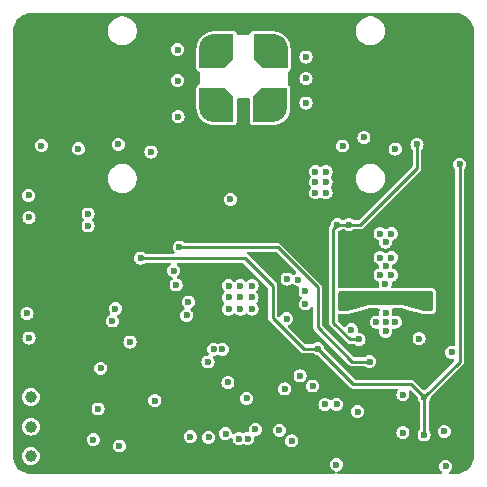
<source format=gbr>
%TF.GenerationSoftware,KiCad,Pcbnew,8.0.5*%
%TF.CreationDate,2025-03-05T13:38:36-05:00*%
%TF.ProjectId,minimax,6d696e69-6d61-4782-9e6b-696361645f70,rev?*%
%TF.SameCoordinates,Original*%
%TF.FileFunction,Copper,L3,Inr*%
%TF.FilePolarity,Positive*%
%FSLAX46Y46*%
G04 Gerber Fmt 4.6, Leading zero omitted, Abs format (unit mm)*
G04 Created by KiCad (PCBNEW 8.0.5) date 2025-03-05 13:38:36*
%MOMM*%
%LPD*%
G01*
G04 APERTURE LIST*
G04 Aperture macros list*
%AMFreePoly0*
4,1,25,1.707678,1.177678,1.715000,1.160000,1.715000,-0.940000,1.707678,-0.957678,0.957678,-1.707678,0.940000,-1.715000,-1.160000,-1.715000,-1.177678,-1.707678,-1.185000,-1.690000,-1.185000,0.000000,-1.177678,0.017678,-1.156389,0.038966,-1.140249,0.213149,-1.081668,0.419040,-0.986252,0.610661,-0.857250,0.781487,-0.699056,0.925700,-0.517056,1.038389,-0.317449,1.115718,-0.107031,1.155052,
-0.040304,1.155052,-0.017678,1.177678,0.000000,1.185000,1.690000,1.185000,1.707678,1.177678,1.707678,1.177678,$1*%
%AMFreePoly1*
4,1,25,0.017678,1.177678,0.040304,1.155052,0.107031,1.155052,0.317449,1.115718,0.517056,1.038389,0.699056,0.925700,0.857250,0.781487,0.986252,0.610661,1.081668,0.419040,1.140249,0.213149,1.156389,0.038966,1.177678,0.017678,1.185000,0.000000,1.185000,-1.690000,1.177678,-1.707678,1.160000,-1.715000,-0.940000,-1.715000,-0.957678,-1.707678,-1.707678,-0.957678,-1.715000,-0.940000,
-1.715000,1.160000,-1.707678,1.177678,-1.690000,1.185000,0.000000,1.185000,0.017678,1.177678,0.017678,1.177678,$1*%
%AMFreePoly2*
4,1,25,1.177678,1.707678,1.185000,1.690000,1.185000,0.000000,1.177678,-0.017678,1.156389,-0.038966,1.140249,-0.213149,1.081668,-0.419040,0.986252,-0.610661,0.857250,-0.781487,0.699056,-0.925700,0.517056,-1.038389,0.317449,-1.115718,0.107031,-1.155052,0.040304,-1.155052,0.017678,-1.177678,0.000000,-1.185000,-1.690000,-1.185000,-1.707678,-1.177678,-1.715000,-1.160000,-1.715000,0.940000,
-1.707678,0.957678,-0.957678,1.707678,-0.940000,1.715000,1.160000,1.715000,1.177678,1.707678,1.177678,1.707678,$1*%
G04 Aperture macros list end*
%TA.AperFunction,ComponentPad*%
%ADD10C,1.000000*%
%TD*%
%TA.AperFunction,ComponentPad*%
%ADD11FreePoly0,180.000000*%
%TD*%
%TA.AperFunction,ComponentPad*%
%ADD12FreePoly1,180.000000*%
%TD*%
%TA.AperFunction,ComponentPad*%
%ADD13FreePoly2,90.000000*%
%TD*%
%TA.AperFunction,ComponentPad*%
%ADD14FreePoly2,180.000000*%
%TD*%
%TA.AperFunction,ViaPad*%
%ADD15C,0.600000*%
%TD*%
%TA.AperFunction,Conductor*%
%ADD16C,0.254000*%
%TD*%
G04 APERTURE END LIST*
D10*
%TO.N,Net-(U1-MFP8)*%
%TO.C,TP1*%
X132000000Y-126000000D03*
%TD*%
%TO.N,Net-(U1-MFP7)*%
%TO.C,TP2*%
X132000000Y-123500000D03*
%TD*%
D11*
%TO.N,GND*%
%TO.C,J2*%
X152540000Y-96540000D03*
D12*
X147460000Y-96540000D03*
D13*
X152550000Y-91450000D03*
D14*
X147460000Y-91460000D03*
%TD*%
D10*
%TO.N,Net-(U1-MFP6)*%
%TO.C,TP3*%
X132000000Y-121000000D03*
%TD*%
D15*
%TO.N,VDDIO*%
X156300000Y-116900000D03*
X165300000Y-124200000D03*
X165300000Y-121000000D03*
X141300000Y-109225000D03*
X168300000Y-101300000D03*
%TO.N,+3V3*%
X168400000Y-99500000D03*
X133412500Y-104525000D03*
X166146447Y-106400000D03*
X162546447Y-117350000D03*
X155200000Y-123750000D03*
X133550000Y-114600000D03*
X161546447Y-117350000D03*
X135200000Y-98600000D03*
X162500000Y-98600000D03*
X141600000Y-98500000D03*
X165171447Y-106400000D03*
%TO.N,MFP1_CFG0*%
X163500000Y-124000000D03*
X155250000Y-113100000D03*
%TO.N,MFP2_CFG1*%
X155225000Y-112050000D03*
X163500000Y-120800000D03*
%TO.N,/camera/MIPI.CSI_D2_N*%
X149635240Y-124520000D03*
X147485230Y-116940000D03*
%TO.N,GND*%
X149738900Y-111550000D03*
X137925000Y-118550000D03*
X144475000Y-97250000D03*
X136025000Y-99975000D03*
X147050000Y-124400000D03*
X162521447Y-110650000D03*
X148900000Y-104250000D03*
X162046447Y-114650000D03*
X137300000Y-124600000D03*
X157875000Y-126725000D03*
X162521447Y-107150000D03*
X148751286Y-113537614D03*
X154100000Y-124700000D03*
X142175000Y-100250000D03*
X150738900Y-111550000D03*
X144425000Y-91575000D03*
X139500000Y-125125000D03*
X158400000Y-99725000D03*
X162046447Y-107875000D03*
X150738900Y-112550000D03*
X140397879Y-116337024D03*
X148690000Y-119760000D03*
X162850000Y-114650000D03*
X167000000Y-123900000D03*
X131825000Y-103925000D03*
X148500000Y-124100000D03*
X162050000Y-113850000D03*
X155300000Y-96100000D03*
X148738900Y-112550000D03*
X149738900Y-112550000D03*
X161571447Y-109200000D03*
X162521447Y-109200000D03*
X162021447Y-111400000D03*
X149738900Y-113550000D03*
X131850000Y-105775000D03*
X131675000Y-113900000D03*
X144425000Y-94200000D03*
X167125000Y-126850000D03*
X151020000Y-123720000D03*
X155300000Y-92200000D03*
X142500000Y-121300000D03*
X161571447Y-107150000D03*
X162850000Y-100000000D03*
X137700000Y-122000000D03*
X155300000Y-94000000D03*
X161571447Y-110650000D03*
X161250000Y-114650000D03*
X150270000Y-121110000D03*
X162046447Y-109925000D03*
X150738900Y-113550000D03*
X147000000Y-118020000D03*
X145500000Y-124350000D03*
X162050000Y-115425000D03*
X159675000Y-122225000D03*
X148738900Y-111550000D03*
X164873224Y-116050000D03*
X131850000Y-116000000D03*
%TO.N,/camera/MIPI.CSI_D2_P*%
X148214770Y-116940000D03*
X150364780Y-124520000D03*
%TO.N,/camera/MFP9_SDA*%
X155850000Y-120050000D03*
X136850000Y-105500000D03*
X139150000Y-113500000D03*
X154650000Y-111050000D03*
%TO.N,/camera/MFP10_SCL*%
X154800000Y-119200000D03*
X136850000Y-106500000D03*
X153700000Y-111000000D03*
X138900000Y-114550000D03*
%TO.N,/connector/V_POC*%
X158421447Y-113375000D03*
X158421447Y-112400000D03*
X156100000Y-103700000D03*
X165671447Y-112400000D03*
X156100000Y-101900000D03*
X165671447Y-113375000D03*
X157000000Y-102800000D03*
X156100000Y-102800000D03*
X157000000Y-103700000D03*
X157000000Y-101900000D03*
%TO.N,/camera/LED_EN*%
X153500000Y-120300000D03*
X145325000Y-112950000D03*
%TO.N,/camera/POWER_EN*%
X153650000Y-114350000D03*
X153050000Y-123800000D03*
%TO.N,+1V2*%
X160696447Y-118000000D03*
X144575000Y-108300000D03*
%TO.N,+1V8*%
X164700000Y-99600000D03*
X159796447Y-116100000D03*
X157946447Y-106400000D03*
X158946447Y-106400000D03*
%TO.N,Net-(U1-MFP8)*%
X157900000Y-121600000D03*
%TO.N,/gmsl/LOCK*%
X144100000Y-110300000D03*
X132900000Y-99700000D03*
%TO.N,/gmsl/ERRB*%
X144300000Y-111500000D03*
X139400000Y-99600000D03*
%TO.N,Net-(Q3-G)*%
X160200000Y-99000000D03*
X159146447Y-115300000D03*
X167623224Y-117200000D03*
%TO.N,Net-(U1-MFP7)*%
X156900000Y-121600000D03*
%TO.N,Net-(U1-MFP6)*%
X145200000Y-114075000D03*
%TD*%
D16*
%TO.N,VDDIO*%
X156300000Y-116900000D02*
X159300000Y-119900000D01*
X155100000Y-116900000D02*
X156300000Y-116900000D01*
X152500000Y-111600000D02*
X152500000Y-114300000D01*
X168300000Y-118000000D02*
X165300000Y-121000000D01*
X159300000Y-119900000D02*
X164200000Y-119900000D01*
X150125000Y-109225000D02*
X152500000Y-111600000D01*
X152500000Y-114300000D02*
X155100000Y-116900000D01*
X168300000Y-101300000D02*
X168300000Y-118000000D01*
X165300000Y-124200000D02*
X165300000Y-121000000D01*
X164200000Y-119900000D02*
X165300000Y-121000000D01*
X141300000Y-109225000D02*
X150125000Y-109225000D01*
%TO.N,+3V3*%
X166646447Y-106900000D02*
X166146447Y-106400000D01*
X166021447Y-114150000D02*
X166646447Y-113525000D01*
X164921447Y-114150000D02*
X166021447Y-114150000D01*
X166646447Y-113525000D02*
X166646447Y-106900000D01*
X162546447Y-117350000D02*
X162546447Y-116525000D01*
X162546447Y-116525000D02*
X164921447Y-114150000D01*
X165171447Y-106400000D02*
X166146447Y-106400000D01*
X166146447Y-106400000D02*
X166371447Y-106400000D01*
%TO.N,+1V2*%
X159200000Y-118000000D02*
X156300000Y-115100000D01*
X156300000Y-115100000D02*
X156300000Y-111700000D01*
X160696447Y-118000000D02*
X159200000Y-118000000D01*
X156300000Y-111700000D02*
X152900000Y-108300000D01*
X152900000Y-108300000D02*
X144575000Y-108300000D01*
%TO.N,+1V8*%
X158946447Y-106400000D02*
X159900000Y-106400000D01*
X157596447Y-114696447D02*
X157596447Y-106750000D01*
X164700000Y-101600000D02*
X164700000Y-99600000D01*
X158946447Y-106400000D02*
X158971447Y-106400000D01*
X159000000Y-116100000D02*
X157596447Y-114696447D01*
X157946447Y-106400000D02*
X158946447Y-106400000D01*
X159900000Y-106400000D02*
X164700000Y-101600000D01*
X159796447Y-116100000D02*
X159000000Y-116100000D01*
X157596447Y-106750000D02*
X157946447Y-106400000D01*
%TD*%
%TA.AperFunction,Conductor*%
%TO.N,+3V3*%
G36*
X168004418Y-88500816D02*
G01*
X168204561Y-88515130D01*
X168222063Y-88517647D01*
X168413797Y-88559355D01*
X168430755Y-88564334D01*
X168614609Y-88632909D01*
X168630701Y-88640259D01*
X168802904Y-88734288D01*
X168817784Y-88743849D01*
X168896432Y-88802725D01*
X168974867Y-88861441D01*
X168988237Y-88873027D01*
X169126972Y-89011762D01*
X169138558Y-89025132D01*
X169256146Y-89182210D01*
X169265711Y-89197095D01*
X169359740Y-89369298D01*
X169367090Y-89385390D01*
X169435662Y-89569236D01*
X169440646Y-89586212D01*
X169482351Y-89777931D01*
X169484869Y-89795442D01*
X169499184Y-89995580D01*
X169499500Y-90004427D01*
X169499500Y-125995572D01*
X169499184Y-126004419D01*
X169484869Y-126204557D01*
X169482351Y-126222068D01*
X169440646Y-126413787D01*
X169435662Y-126430763D01*
X169367090Y-126614609D01*
X169359740Y-126630701D01*
X169265711Y-126802904D01*
X169256146Y-126817789D01*
X169138558Y-126974867D01*
X169126972Y-126988237D01*
X168988237Y-127126972D01*
X168974867Y-127138558D01*
X168817789Y-127256146D01*
X168802904Y-127265711D01*
X168630701Y-127359740D01*
X168614609Y-127367090D01*
X168430763Y-127435662D01*
X168413787Y-127440646D01*
X168222068Y-127482351D01*
X168204557Y-127484869D01*
X168035359Y-127496971D01*
X168004417Y-127499184D01*
X167995572Y-127499500D01*
X167548142Y-127499500D01*
X167481103Y-127479815D01*
X167435348Y-127427011D01*
X167425404Y-127357853D01*
X167454429Y-127294297D01*
X167472655Y-127277125D01*
X167478448Y-127272679D01*
X167517621Y-127242621D01*
X167605861Y-127127625D01*
X167661330Y-126993709D01*
X167680250Y-126850000D01*
X167661330Y-126706291D01*
X167609554Y-126581291D01*
X167605862Y-126572377D01*
X167605861Y-126572376D01*
X167605861Y-126572375D01*
X167517621Y-126457379D01*
X167402625Y-126369139D01*
X167402624Y-126369138D01*
X167402622Y-126369137D01*
X167268712Y-126313671D01*
X167268710Y-126313670D01*
X167268709Y-126313670D01*
X167196854Y-126304210D01*
X167125001Y-126294750D01*
X167124999Y-126294750D01*
X166981291Y-126313670D01*
X166981287Y-126313671D01*
X166847377Y-126369137D01*
X166732379Y-126457379D01*
X166644137Y-126572377D01*
X166588671Y-126706287D01*
X166588670Y-126706291D01*
X166569750Y-126849999D01*
X166569750Y-126850000D01*
X166588670Y-126993708D01*
X166588671Y-126993712D01*
X166644137Y-127127622D01*
X166644138Y-127127624D01*
X166644139Y-127127625D01*
X166732379Y-127242621D01*
X166762470Y-127265711D01*
X166777345Y-127277125D01*
X166818547Y-127333553D01*
X166822702Y-127403299D01*
X166788489Y-127464219D01*
X166726772Y-127496971D01*
X166701858Y-127499500D01*
X158067105Y-127499500D01*
X158000066Y-127479815D01*
X157954311Y-127427011D01*
X157944367Y-127357853D01*
X157973392Y-127294297D01*
X158019653Y-127260939D01*
X158063877Y-127242621D01*
X158152625Y-127205861D01*
X158267621Y-127117621D01*
X158355861Y-127002625D01*
X158411330Y-126868709D01*
X158430250Y-126725000D01*
X158411330Y-126581291D01*
X158355861Y-126447375D01*
X158267621Y-126332379D01*
X158152625Y-126244139D01*
X158152624Y-126244138D01*
X158152622Y-126244137D01*
X158018712Y-126188671D01*
X158018710Y-126188670D01*
X158018709Y-126188670D01*
X157946854Y-126179210D01*
X157875001Y-126169750D01*
X157874999Y-126169750D01*
X157731291Y-126188670D01*
X157731287Y-126188671D01*
X157597377Y-126244137D01*
X157482379Y-126332379D01*
X157394137Y-126447377D01*
X157338671Y-126581287D01*
X157338670Y-126581291D01*
X157334284Y-126614609D01*
X157319750Y-126725000D01*
X157330006Y-126802904D01*
X157338670Y-126868708D01*
X157338671Y-126868712D01*
X157394137Y-127002622D01*
X157394138Y-127002624D01*
X157394139Y-127002625D01*
X157482379Y-127117621D01*
X157597375Y-127205861D01*
X157597376Y-127205861D01*
X157597377Y-127205862D01*
X157730347Y-127260939D01*
X157784751Y-127304779D01*
X157806816Y-127371073D01*
X157789537Y-127438773D01*
X157738400Y-127486384D01*
X157682895Y-127499500D01*
X132004428Y-127499500D01*
X131995582Y-127499184D01*
X131964641Y-127496971D01*
X131795442Y-127484869D01*
X131777931Y-127482351D01*
X131586212Y-127440646D01*
X131569236Y-127435662D01*
X131385390Y-127367090D01*
X131369298Y-127359740D01*
X131197095Y-127265711D01*
X131182210Y-127256146D01*
X131164144Y-127242622D01*
X131025132Y-127138558D01*
X131011762Y-127126972D01*
X130873027Y-126988237D01*
X130861441Y-126974867D01*
X130767966Y-126850000D01*
X130743849Y-126817784D01*
X130734288Y-126802904D01*
X130640259Y-126630701D01*
X130632909Y-126614609D01*
X130579302Y-126470884D01*
X130564334Y-126430755D01*
X130559355Y-126413797D01*
X130517647Y-126222063D01*
X130515130Y-126204556D01*
X130512519Y-126168056D01*
X130500816Y-126004418D01*
X130500658Y-125999997D01*
X131244751Y-125999997D01*
X131244751Y-126000002D01*
X131263685Y-126168056D01*
X131319545Y-126327694D01*
X131319547Y-126327697D01*
X131409518Y-126470884D01*
X131409523Y-126470890D01*
X131529109Y-126590476D01*
X131529115Y-126590481D01*
X131672302Y-126680452D01*
X131672305Y-126680454D01*
X131672309Y-126680455D01*
X131672310Y-126680456D01*
X131744913Y-126705860D01*
X131831943Y-126736314D01*
X131999997Y-126755249D01*
X132000000Y-126755249D01*
X132000003Y-126755249D01*
X132168056Y-126736314D01*
X132168059Y-126736313D01*
X132327690Y-126680456D01*
X132327692Y-126680454D01*
X132327694Y-126680454D01*
X132327697Y-126680452D01*
X132470884Y-126590481D01*
X132470885Y-126590480D01*
X132470890Y-126590477D01*
X132590477Y-126470890D01*
X132602629Y-126451551D01*
X132680452Y-126327697D01*
X132680454Y-126327694D01*
X132680454Y-126327692D01*
X132680456Y-126327690D01*
X132736313Y-126168059D01*
X132736313Y-126168058D01*
X132736314Y-126168056D01*
X132755249Y-126000002D01*
X132755249Y-125999997D01*
X132736314Y-125831943D01*
X132680454Y-125672305D01*
X132680452Y-125672302D01*
X132590481Y-125529115D01*
X132590476Y-125529109D01*
X132470890Y-125409523D01*
X132470884Y-125409518D01*
X132327697Y-125319547D01*
X132327694Y-125319545D01*
X132168056Y-125263685D01*
X132000003Y-125244751D01*
X131999997Y-125244751D01*
X131831943Y-125263685D01*
X131672305Y-125319545D01*
X131672302Y-125319547D01*
X131529115Y-125409518D01*
X131529109Y-125409523D01*
X131409523Y-125529109D01*
X131409518Y-125529115D01*
X131319547Y-125672302D01*
X131319545Y-125672305D01*
X131263685Y-125831943D01*
X131244751Y-125999997D01*
X130500658Y-125999997D01*
X130500500Y-125995572D01*
X130500500Y-124600000D01*
X136744750Y-124600000D01*
X136762698Y-124736329D01*
X136763670Y-124743708D01*
X136763671Y-124743712D01*
X136819137Y-124877622D01*
X136819138Y-124877624D01*
X136819139Y-124877625D01*
X136907379Y-124992621D01*
X137022375Y-125080861D01*
X137022376Y-125080861D01*
X137022377Y-125080862D01*
X137067013Y-125099350D01*
X137156291Y-125136330D01*
X137283280Y-125153048D01*
X137299999Y-125155250D01*
X137300000Y-125155250D01*
X137300001Y-125155250D01*
X137314977Y-125153278D01*
X137443709Y-125136330D01*
X137471065Y-125124999D01*
X138944750Y-125124999D01*
X138944750Y-125125000D01*
X138963670Y-125268708D01*
X138963671Y-125268712D01*
X139019137Y-125402622D01*
X139019138Y-125402624D01*
X139019139Y-125402625D01*
X139107379Y-125517621D01*
X139222375Y-125605861D01*
X139356291Y-125661330D01*
X139483280Y-125678048D01*
X139499999Y-125680250D01*
X139500000Y-125680250D01*
X139500001Y-125680250D01*
X139514977Y-125678278D01*
X139643709Y-125661330D01*
X139777625Y-125605861D01*
X139892621Y-125517621D01*
X139980861Y-125402625D01*
X140036330Y-125268709D01*
X140055250Y-125125000D01*
X140036330Y-124981291D01*
X139980861Y-124847375D01*
X139892621Y-124732379D01*
X139777625Y-124644139D01*
X139777624Y-124644138D01*
X139777622Y-124644137D01*
X139643712Y-124588671D01*
X139643710Y-124588670D01*
X139643709Y-124588670D01*
X139558760Y-124577486D01*
X139500001Y-124569750D01*
X139499999Y-124569750D01*
X139356291Y-124588670D01*
X139356287Y-124588671D01*
X139222377Y-124644137D01*
X139107379Y-124732379D01*
X139019137Y-124847377D01*
X138963671Y-124981287D01*
X138963670Y-124981291D01*
X138944750Y-125124999D01*
X137471065Y-125124999D01*
X137577625Y-125080861D01*
X137692621Y-124992621D01*
X137780861Y-124877625D01*
X137836330Y-124743709D01*
X137855250Y-124600000D01*
X137853758Y-124588671D01*
X137847839Y-124543708D01*
X137836330Y-124456291D01*
X137794478Y-124355250D01*
X137792303Y-124350000D01*
X144944750Y-124350000D01*
X144961978Y-124480861D01*
X144963670Y-124493708D01*
X144963671Y-124493712D01*
X145019137Y-124627622D01*
X145019138Y-124627624D01*
X145019139Y-124627625D01*
X145107379Y-124742621D01*
X145222375Y-124830861D01*
X145222376Y-124830861D01*
X145222377Y-124830862D01*
X145262244Y-124847375D01*
X145356291Y-124886330D01*
X145483280Y-124903048D01*
X145499999Y-124905250D01*
X145500000Y-124905250D01*
X145500001Y-124905250D01*
X145514977Y-124903278D01*
X145643709Y-124886330D01*
X145777625Y-124830861D01*
X145892621Y-124742621D01*
X145980861Y-124627625D01*
X146036330Y-124493709D01*
X146048667Y-124400000D01*
X146494750Y-124400000D01*
X146512698Y-124536329D01*
X146513670Y-124543708D01*
X146513671Y-124543712D01*
X146569137Y-124677622D01*
X146569138Y-124677624D01*
X146569139Y-124677625D01*
X146657379Y-124792621D01*
X146772375Y-124880861D01*
X146772376Y-124880861D01*
X146772377Y-124880862D01*
X146817013Y-124899350D01*
X146906291Y-124936330D01*
X147033280Y-124953048D01*
X147049999Y-124955250D01*
X147050000Y-124955250D01*
X147050001Y-124955250D01*
X147064977Y-124953278D01*
X147193709Y-124936330D01*
X147327625Y-124880861D01*
X147442621Y-124792621D01*
X147530861Y-124677625D01*
X147586330Y-124543709D01*
X147605250Y-124400000D01*
X147586330Y-124256291D01*
X147530861Y-124122375D01*
X147513692Y-124100000D01*
X147944750Y-124100000D01*
X147963494Y-124242375D01*
X147963670Y-124243708D01*
X147963671Y-124243712D01*
X148019137Y-124377622D01*
X148019138Y-124377624D01*
X148019139Y-124377625D01*
X148107379Y-124492621D01*
X148222375Y-124580861D01*
X148222376Y-124580861D01*
X148222377Y-124580862D01*
X148267013Y-124599350D01*
X148356291Y-124636330D01*
X148483280Y-124653048D01*
X148499999Y-124655250D01*
X148500000Y-124655250D01*
X148500001Y-124655250D01*
X148514977Y-124653278D01*
X148643709Y-124636330D01*
X148777625Y-124580861D01*
X148889135Y-124495295D01*
X148954300Y-124470102D01*
X149022745Y-124484140D01*
X149072736Y-124532953D01*
X149087558Y-124577486D01*
X149089031Y-124588670D01*
X149097796Y-124655250D01*
X149098910Y-124663707D01*
X149098911Y-124663712D01*
X149154377Y-124797622D01*
X149154378Y-124797624D01*
X149154379Y-124797625D01*
X149242619Y-124912621D01*
X149357615Y-125000861D01*
X149491531Y-125056330D01*
X149618520Y-125073048D01*
X149635239Y-125075250D01*
X149635240Y-125075250D01*
X149635241Y-125075250D01*
X149650217Y-125073278D01*
X149778949Y-125056330D01*
X149912865Y-125000861D01*
X149924523Y-124991915D01*
X149989689Y-124966720D01*
X150058135Y-124980757D01*
X150075492Y-124991911D01*
X150087155Y-125000861D01*
X150221071Y-125056330D01*
X150348060Y-125073048D01*
X150364779Y-125075250D01*
X150364780Y-125075250D01*
X150364781Y-125075250D01*
X150379757Y-125073278D01*
X150508489Y-125056330D01*
X150642405Y-125000861D01*
X150757401Y-124912621D01*
X150845641Y-124797625D01*
X150886078Y-124700000D01*
X153544750Y-124700000D01*
X153561978Y-124830861D01*
X153563670Y-124843708D01*
X153563671Y-124843712D01*
X153619137Y-124977622D01*
X153619138Y-124977624D01*
X153619139Y-124977625D01*
X153707379Y-125092621D01*
X153822375Y-125180861D01*
X153956291Y-125236330D01*
X154083280Y-125253048D01*
X154099999Y-125255250D01*
X154100000Y-125255250D01*
X154100001Y-125255250D01*
X154114977Y-125253278D01*
X154243709Y-125236330D01*
X154377625Y-125180861D01*
X154492621Y-125092621D01*
X154580861Y-124977625D01*
X154636330Y-124843709D01*
X154655250Y-124700000D01*
X154636330Y-124556291D01*
X154586641Y-124436329D01*
X154580862Y-124422377D01*
X154580861Y-124422376D01*
X154580861Y-124422375D01*
X154492621Y-124307379D01*
X154377625Y-124219139D01*
X154377624Y-124219138D01*
X154377622Y-124219137D01*
X154243712Y-124163671D01*
X154243710Y-124163670D01*
X154243709Y-124163670D01*
X154139095Y-124149897D01*
X154100001Y-124144750D01*
X154099999Y-124144750D01*
X153956291Y-124163670D01*
X153956287Y-124163671D01*
X153822377Y-124219137D01*
X153707379Y-124307379D01*
X153619137Y-124422377D01*
X153563671Y-124556287D01*
X153563670Y-124556291D01*
X153547270Y-124680862D01*
X153544750Y-124700000D01*
X150886078Y-124700000D01*
X150901110Y-124663709D01*
X150920030Y-124520000D01*
X150906245Y-124415295D01*
X150917010Y-124346261D01*
X150963390Y-124294005D01*
X151012999Y-124276171D01*
X151019997Y-124275249D01*
X151020000Y-124275250D01*
X151163709Y-124256330D01*
X151297625Y-124200861D01*
X151412621Y-124112621D01*
X151500861Y-123997625D01*
X151556330Y-123863709D01*
X151564718Y-123800000D01*
X152494750Y-123800000D01*
X152510861Y-123922376D01*
X152513670Y-123943708D01*
X152513671Y-123943712D01*
X152569137Y-124077622D01*
X152569138Y-124077624D01*
X152569139Y-124077625D01*
X152657379Y-124192621D01*
X152772375Y-124280861D01*
X152772376Y-124280861D01*
X152772377Y-124280862D01*
X152804108Y-124294005D01*
X152906291Y-124336330D01*
X153033280Y-124353048D01*
X153049999Y-124355250D01*
X153050000Y-124355250D01*
X153050001Y-124355250D01*
X153064977Y-124353278D01*
X153193709Y-124336330D01*
X153327625Y-124280861D01*
X153442621Y-124192621D01*
X153530861Y-124077625D01*
X153563014Y-124000000D01*
X162944750Y-124000000D01*
X162958706Y-124106008D01*
X162963670Y-124143708D01*
X162963671Y-124143712D01*
X163019137Y-124277622D01*
X163019138Y-124277624D01*
X163019139Y-124277625D01*
X163107379Y-124392621D01*
X163222375Y-124480861D01*
X163222376Y-124480861D01*
X163222377Y-124480862D01*
X163257227Y-124495297D01*
X163356291Y-124536330D01*
X163483280Y-124553048D01*
X163499999Y-124555250D01*
X163500000Y-124555250D01*
X163500001Y-124555250D01*
X163514977Y-124553278D01*
X163643709Y-124536330D01*
X163777625Y-124480861D01*
X163892621Y-124392621D01*
X163980861Y-124277625D01*
X164036330Y-124143709D01*
X164055250Y-124000000D01*
X164036330Y-123856291D01*
X163980861Y-123722375D01*
X163892621Y-123607379D01*
X163777625Y-123519139D01*
X163777624Y-123519138D01*
X163777622Y-123519137D01*
X163643712Y-123463671D01*
X163643710Y-123463670D01*
X163643709Y-123463670D01*
X163571854Y-123454210D01*
X163500001Y-123444750D01*
X163499999Y-123444750D01*
X163356291Y-123463670D01*
X163356287Y-123463671D01*
X163222377Y-123519137D01*
X163107379Y-123607379D01*
X163019137Y-123722377D01*
X162963671Y-123856287D01*
X162963670Y-123856291D01*
X162950505Y-123956291D01*
X162944750Y-124000000D01*
X153563014Y-124000000D01*
X153586330Y-123943709D01*
X153605250Y-123800000D01*
X153586330Y-123656291D01*
X153530861Y-123522375D01*
X153442621Y-123407379D01*
X153327625Y-123319139D01*
X153327624Y-123319138D01*
X153327622Y-123319137D01*
X153193712Y-123263671D01*
X153193710Y-123263670D01*
X153193709Y-123263670D01*
X153121854Y-123254210D01*
X153050001Y-123244750D01*
X153049999Y-123244750D01*
X152906291Y-123263670D01*
X152906287Y-123263671D01*
X152772377Y-123319137D01*
X152657379Y-123407379D01*
X152569137Y-123522377D01*
X152513671Y-123656287D01*
X152513670Y-123656291D01*
X152500505Y-123756291D01*
X152494750Y-123800000D01*
X151564718Y-123800000D01*
X151575250Y-123720000D01*
X151556330Y-123576291D01*
X151500861Y-123442375D01*
X151412621Y-123327379D01*
X151297625Y-123239139D01*
X151297624Y-123239138D01*
X151297622Y-123239137D01*
X151163712Y-123183671D01*
X151163710Y-123183670D01*
X151163709Y-123183670D01*
X151077362Y-123172302D01*
X151020001Y-123164750D01*
X151019999Y-123164750D01*
X150876291Y-123183670D01*
X150876287Y-123183671D01*
X150742377Y-123239137D01*
X150627379Y-123327379D01*
X150539137Y-123442377D01*
X150483671Y-123576287D01*
X150483670Y-123576291D01*
X150464750Y-123719999D01*
X150464750Y-123720002D01*
X150478534Y-123824704D01*
X150467768Y-123893739D01*
X150421388Y-123945995D01*
X150371781Y-123963828D01*
X150268835Y-123977381D01*
X150221071Y-123983670D01*
X150221070Y-123983670D01*
X150221067Y-123983671D01*
X150087156Y-124039138D01*
X150087154Y-124039139D01*
X150075496Y-124048085D01*
X150010326Y-124073279D01*
X149941882Y-124059240D01*
X149924524Y-124048085D01*
X149912865Y-124039139D01*
X149912863Y-124039138D01*
X149778952Y-123983671D01*
X149778950Y-123983670D01*
X149778949Y-123983670D01*
X149681877Y-123970890D01*
X149635241Y-123964750D01*
X149635239Y-123964750D01*
X149491531Y-123983670D01*
X149491527Y-123983671D01*
X149357617Y-124039137D01*
X149313123Y-124073279D01*
X149246105Y-124124703D01*
X149180937Y-124149897D01*
X149112493Y-124135859D01*
X149062503Y-124087045D01*
X149047681Y-124042512D01*
X149042084Y-124000000D01*
X149036330Y-123956291D01*
X148990129Y-123844750D01*
X148980862Y-123822377D01*
X148980861Y-123822376D01*
X148980861Y-123822375D01*
X148892621Y-123707379D01*
X148777625Y-123619139D01*
X148777624Y-123619138D01*
X148777622Y-123619137D01*
X148643712Y-123563671D01*
X148643710Y-123563670D01*
X148643709Y-123563670D01*
X148571854Y-123554210D01*
X148500001Y-123544750D01*
X148499999Y-123544750D01*
X148356291Y-123563670D01*
X148356287Y-123563671D01*
X148222377Y-123619137D01*
X148107379Y-123707379D01*
X148019137Y-123822377D01*
X147963671Y-123956287D01*
X147963670Y-123956291D01*
X147946456Y-124087045D01*
X147944750Y-124100000D01*
X147513692Y-124100000D01*
X147442621Y-124007379D01*
X147327625Y-123919139D01*
X147327624Y-123919138D01*
X147327622Y-123919137D01*
X147193712Y-123863671D01*
X147193710Y-123863670D01*
X147193709Y-123863670D01*
X147121854Y-123854210D01*
X147050001Y-123844750D01*
X147049999Y-123844750D01*
X146906291Y-123863670D01*
X146906287Y-123863671D01*
X146772377Y-123919137D01*
X146657379Y-124007379D01*
X146569137Y-124122377D01*
X146513671Y-124256287D01*
X146513670Y-124256291D01*
X146495722Y-124392620D01*
X146494750Y-124400000D01*
X146048667Y-124400000D01*
X146055250Y-124350000D01*
X146036330Y-124206291D01*
X145994792Y-124106008D01*
X145980862Y-124072377D01*
X145980861Y-124072376D01*
X145980861Y-124072375D01*
X145892621Y-123957379D01*
X145777625Y-123869139D01*
X145777624Y-123869138D01*
X145777622Y-123869137D01*
X145643712Y-123813671D01*
X145643710Y-123813670D01*
X145643709Y-123813670D01*
X145539877Y-123800000D01*
X145500001Y-123794750D01*
X145499999Y-123794750D01*
X145356291Y-123813670D01*
X145356287Y-123813671D01*
X145222377Y-123869137D01*
X145107379Y-123957379D01*
X145019137Y-124072377D01*
X144963671Y-124206287D01*
X144963670Y-124206291D01*
X144954279Y-124277625D01*
X144944750Y-124350000D01*
X137792303Y-124350000D01*
X137780862Y-124322377D01*
X137780861Y-124322376D01*
X137780861Y-124322375D01*
X137692621Y-124207379D01*
X137577625Y-124119139D01*
X137577624Y-124119138D01*
X137577622Y-124119137D01*
X137443712Y-124063671D01*
X137443710Y-124063670D01*
X137443709Y-124063670D01*
X137371854Y-124054210D01*
X137300001Y-124044750D01*
X137299999Y-124044750D01*
X137156291Y-124063670D01*
X137156287Y-124063671D01*
X137022377Y-124119137D01*
X136907379Y-124207379D01*
X136819137Y-124322377D01*
X136763671Y-124456287D01*
X136763670Y-124456291D01*
X136745722Y-124592620D01*
X136744750Y-124600000D01*
X130500500Y-124600000D01*
X130500500Y-123499997D01*
X131244751Y-123499997D01*
X131244751Y-123500002D01*
X131263685Y-123668056D01*
X131319545Y-123827694D01*
X131319547Y-123827697D01*
X131409518Y-123970884D01*
X131409523Y-123970890D01*
X131529109Y-124090476D01*
X131529115Y-124090481D01*
X131672302Y-124180452D01*
X131672305Y-124180454D01*
X131672309Y-124180455D01*
X131672310Y-124180456D01*
X131730627Y-124200862D01*
X131831943Y-124236314D01*
X131999997Y-124255249D01*
X132000000Y-124255249D01*
X132000003Y-124255249D01*
X132168056Y-124236314D01*
X132168059Y-124236313D01*
X132327690Y-124180456D01*
X132327692Y-124180454D01*
X132327694Y-124180454D01*
X132327697Y-124180452D01*
X132470884Y-124090481D01*
X132470885Y-124090480D01*
X132470890Y-124090477D01*
X132590477Y-123970890D01*
X132594335Y-123964750D01*
X132680452Y-123827697D01*
X132680454Y-123827694D01*
X132680454Y-123827692D01*
X132680456Y-123827690D01*
X132736313Y-123668059D01*
X132736313Y-123668058D01*
X132736314Y-123668056D01*
X132755249Y-123500002D01*
X132755249Y-123499997D01*
X132736314Y-123331943D01*
X132680454Y-123172305D01*
X132680452Y-123172302D01*
X132590481Y-123029115D01*
X132590476Y-123029109D01*
X132470890Y-122909523D01*
X132470884Y-122909518D01*
X132327697Y-122819547D01*
X132327694Y-122819545D01*
X132168056Y-122763685D01*
X132000003Y-122744751D01*
X131999997Y-122744751D01*
X131831943Y-122763685D01*
X131672305Y-122819545D01*
X131672302Y-122819547D01*
X131529115Y-122909518D01*
X131529109Y-122909523D01*
X131409523Y-123029109D01*
X131409518Y-123029115D01*
X131319547Y-123172302D01*
X131319545Y-123172305D01*
X131263685Y-123331943D01*
X131244751Y-123499997D01*
X130500500Y-123499997D01*
X130500500Y-122000000D01*
X137144750Y-122000000D01*
X137162698Y-122136329D01*
X137163670Y-122143708D01*
X137163671Y-122143712D01*
X137219137Y-122277622D01*
X137219138Y-122277624D01*
X137219139Y-122277625D01*
X137307379Y-122392621D01*
X137422375Y-122480861D01*
X137556291Y-122536330D01*
X137683280Y-122553048D01*
X137699999Y-122555250D01*
X137700000Y-122555250D01*
X137700001Y-122555250D01*
X137714977Y-122553278D01*
X137843709Y-122536330D01*
X137977625Y-122480861D01*
X138092621Y-122392621D01*
X138180861Y-122277625D01*
X138202659Y-122224999D01*
X159119750Y-122224999D01*
X159119750Y-122225000D01*
X159138670Y-122368708D01*
X159138671Y-122368712D01*
X159194137Y-122502622D01*
X159194138Y-122502624D01*
X159194139Y-122502625D01*
X159282379Y-122617621D01*
X159397375Y-122705861D01*
X159531291Y-122761330D01*
X159658280Y-122778048D01*
X159674999Y-122780250D01*
X159675000Y-122780250D01*
X159675001Y-122780250D01*
X159689977Y-122778278D01*
X159818709Y-122761330D01*
X159952625Y-122705861D01*
X160067621Y-122617621D01*
X160155861Y-122502625D01*
X160211330Y-122368709D01*
X160230250Y-122225000D01*
X160211330Y-122081291D01*
X160155861Y-121947375D01*
X160067621Y-121832379D01*
X159952625Y-121744139D01*
X159952624Y-121744138D01*
X159952622Y-121744137D01*
X159818712Y-121688671D01*
X159818710Y-121688670D01*
X159818709Y-121688670D01*
X159746854Y-121679210D01*
X159675001Y-121669750D01*
X159674999Y-121669750D01*
X159531291Y-121688670D01*
X159531287Y-121688671D01*
X159397377Y-121744137D01*
X159282379Y-121832379D01*
X159194137Y-121947377D01*
X159138671Y-122081287D01*
X159138670Y-122081291D01*
X159119750Y-122224999D01*
X138202659Y-122224999D01*
X138236330Y-122143709D01*
X138255250Y-122000000D01*
X138236330Y-121856291D01*
X138180861Y-121722375D01*
X138092621Y-121607379D01*
X137977625Y-121519139D01*
X137977624Y-121519138D01*
X137977622Y-121519137D01*
X137843712Y-121463671D01*
X137843710Y-121463670D01*
X137843709Y-121463670D01*
X137771854Y-121454210D01*
X137700001Y-121444750D01*
X137699999Y-121444750D01*
X137556291Y-121463670D01*
X137556287Y-121463671D01*
X137422377Y-121519137D01*
X137307379Y-121607379D01*
X137219137Y-121722377D01*
X137163671Y-121856287D01*
X137163670Y-121856291D01*
X137145722Y-121992620D01*
X137144750Y-122000000D01*
X130500500Y-122000000D01*
X130500500Y-120999997D01*
X131244751Y-120999997D01*
X131244751Y-121000002D01*
X131263685Y-121168056D01*
X131319545Y-121327694D01*
X131319547Y-121327697D01*
X131409518Y-121470884D01*
X131409523Y-121470890D01*
X131529109Y-121590476D01*
X131529115Y-121590481D01*
X131672302Y-121680452D01*
X131672305Y-121680454D01*
X131672309Y-121680455D01*
X131672310Y-121680456D01*
X131707073Y-121692620D01*
X131831943Y-121736314D01*
X131999997Y-121755249D01*
X132000000Y-121755249D01*
X132000003Y-121755249D01*
X132168056Y-121736314D01*
X132168059Y-121736313D01*
X132327690Y-121680456D01*
X132327692Y-121680454D01*
X132327694Y-121680454D01*
X132327697Y-121680452D01*
X132470884Y-121590481D01*
X132470885Y-121590480D01*
X132470890Y-121590477D01*
X132590477Y-121470890D01*
X132606902Y-121444750D01*
X132680452Y-121327697D01*
X132680454Y-121327694D01*
X132680454Y-121327692D01*
X132680456Y-121327690D01*
X132690145Y-121300000D01*
X141944750Y-121300000D01*
X141958471Y-121404223D01*
X141963670Y-121443708D01*
X141963671Y-121443712D01*
X142019137Y-121577622D01*
X142019138Y-121577624D01*
X142019139Y-121577625D01*
X142107379Y-121692621D01*
X142222375Y-121780861D01*
X142356291Y-121836330D01*
X142483280Y-121853048D01*
X142499999Y-121855250D01*
X142500000Y-121855250D01*
X142500001Y-121855250D01*
X142514977Y-121853278D01*
X142643709Y-121836330D01*
X142777625Y-121780861D01*
X142892621Y-121692621D01*
X142980861Y-121577625D01*
X143036330Y-121443709D01*
X143055250Y-121300000D01*
X143036330Y-121156291D01*
X143017156Y-121110000D01*
X149714750Y-121110000D01*
X149730582Y-121230257D01*
X149733670Y-121253708D01*
X149733671Y-121253712D01*
X149789137Y-121387622D01*
X149789138Y-121387624D01*
X149789139Y-121387625D01*
X149877379Y-121502621D01*
X149992375Y-121590861D01*
X150126291Y-121646330D01*
X150253280Y-121663048D01*
X150269999Y-121665250D01*
X150270000Y-121665250D01*
X150270001Y-121665250D01*
X150284977Y-121663278D01*
X150413709Y-121646330D01*
X150525561Y-121600000D01*
X156344750Y-121600000D01*
X156362696Y-121736314D01*
X156363670Y-121743708D01*
X156363671Y-121743712D01*
X156419137Y-121877622D01*
X156419138Y-121877624D01*
X156419139Y-121877625D01*
X156507379Y-121992621D01*
X156622375Y-122080861D01*
X156756291Y-122136330D01*
X156883280Y-122153048D01*
X156899999Y-122155250D01*
X156900000Y-122155250D01*
X156900001Y-122155250D01*
X156914977Y-122153278D01*
X157043709Y-122136330D01*
X157177625Y-122080861D01*
X157292621Y-121992621D01*
X157301625Y-121980886D01*
X157358050Y-121939685D01*
X157427796Y-121935529D01*
X157488717Y-121969740D01*
X157498367Y-121980876D01*
X157507379Y-121992621D01*
X157622375Y-122080861D01*
X157756291Y-122136330D01*
X157883280Y-122153048D01*
X157899999Y-122155250D01*
X157900000Y-122155250D01*
X157900001Y-122155250D01*
X157914977Y-122153278D01*
X158043709Y-122136330D01*
X158177625Y-122080861D01*
X158292621Y-121992621D01*
X158380861Y-121877625D01*
X158436330Y-121743709D01*
X158455250Y-121600000D01*
X158436330Y-121456291D01*
X158386641Y-121336329D01*
X158380862Y-121322377D01*
X158380861Y-121322376D01*
X158380861Y-121322375D01*
X158292621Y-121207379D01*
X158177625Y-121119139D01*
X158177624Y-121119138D01*
X158177622Y-121119137D01*
X158043712Y-121063671D01*
X158043710Y-121063670D01*
X158043709Y-121063670D01*
X157971854Y-121054210D01*
X157900001Y-121044750D01*
X157899999Y-121044750D01*
X157756291Y-121063670D01*
X157756287Y-121063671D01*
X157622377Y-121119137D01*
X157590355Y-121143709D01*
X157507379Y-121207379D01*
X157507378Y-121207380D01*
X157507377Y-121207381D01*
X157498375Y-121219113D01*
X157441947Y-121260316D01*
X157372201Y-121264470D01*
X157311281Y-121230257D01*
X157301625Y-121219113D01*
X157299782Y-121216711D01*
X157292621Y-121207379D01*
X157177625Y-121119139D01*
X157177624Y-121119138D01*
X157177622Y-121119137D01*
X157043712Y-121063671D01*
X157043710Y-121063670D01*
X157043709Y-121063670D01*
X156971854Y-121054210D01*
X156900001Y-121044750D01*
X156899999Y-121044750D01*
X156756291Y-121063670D01*
X156756287Y-121063671D01*
X156622377Y-121119137D01*
X156507379Y-121207379D01*
X156419137Y-121322377D01*
X156363671Y-121456287D01*
X156363670Y-121456291D01*
X156344750Y-121600000D01*
X150525561Y-121600000D01*
X150547625Y-121590861D01*
X150662621Y-121502621D01*
X150750861Y-121387625D01*
X150806330Y-121253709D01*
X150825250Y-121110000D01*
X150806330Y-120966291D01*
X150752499Y-120836329D01*
X150750862Y-120832377D01*
X150750861Y-120832376D01*
X150750861Y-120832375D01*
X150662621Y-120717379D01*
X150547625Y-120629139D01*
X150547624Y-120629138D01*
X150547622Y-120629137D01*
X150413712Y-120573671D01*
X150413710Y-120573670D01*
X150413709Y-120573670D01*
X150341854Y-120564210D01*
X150270001Y-120554750D01*
X150269999Y-120554750D01*
X150126291Y-120573670D01*
X150126287Y-120573671D01*
X149992377Y-120629137D01*
X149877379Y-120717379D01*
X149789137Y-120832377D01*
X149733671Y-120966287D01*
X149733670Y-120966291D01*
X149720850Y-121063670D01*
X149714750Y-121110000D01*
X143017156Y-121110000D01*
X142980861Y-121022375D01*
X142892621Y-120907379D01*
X142777625Y-120819139D01*
X142777624Y-120819138D01*
X142777622Y-120819137D01*
X142643712Y-120763671D01*
X142643710Y-120763670D01*
X142643709Y-120763670D01*
X142571854Y-120754210D01*
X142500001Y-120744750D01*
X142499999Y-120744750D01*
X142356291Y-120763670D01*
X142356287Y-120763671D01*
X142222377Y-120819137D01*
X142107379Y-120907379D01*
X142019137Y-121022377D01*
X141963671Y-121156287D01*
X141963670Y-121156291D01*
X141947270Y-121280862D01*
X141944750Y-121300000D01*
X132690145Y-121300000D01*
X132736313Y-121168059D01*
X132736313Y-121168058D01*
X132736314Y-121168056D01*
X132755249Y-121000002D01*
X132755249Y-120999997D01*
X132736314Y-120831943D01*
X132680454Y-120672305D01*
X132680452Y-120672302D01*
X132590481Y-120529115D01*
X132590476Y-120529109D01*
X132470890Y-120409523D01*
X132470884Y-120409518D01*
X132327697Y-120319547D01*
X132327694Y-120319545D01*
X132168056Y-120263685D01*
X132000003Y-120244751D01*
X131999997Y-120244751D01*
X131831943Y-120263685D01*
X131672305Y-120319545D01*
X131672302Y-120319547D01*
X131529115Y-120409518D01*
X131529109Y-120409523D01*
X131409523Y-120529109D01*
X131409518Y-120529115D01*
X131319547Y-120672302D01*
X131319545Y-120672305D01*
X131263685Y-120831943D01*
X131244751Y-120999997D01*
X130500500Y-120999997D01*
X130500500Y-119760000D01*
X148134750Y-119760000D01*
X148136379Y-119772377D01*
X148153670Y-119903708D01*
X148153671Y-119903712D01*
X148209137Y-120037622D01*
X148209138Y-120037624D01*
X148209139Y-120037625D01*
X148297379Y-120152621D01*
X148412375Y-120240861D01*
X148546291Y-120296330D01*
X148673280Y-120313048D01*
X148689999Y-120315250D01*
X148690000Y-120315250D01*
X148690001Y-120315250D01*
X148704977Y-120313278D01*
X148805840Y-120299999D01*
X152944750Y-120299999D01*
X152944750Y-120300000D01*
X152963670Y-120443708D01*
X152963671Y-120443712D01*
X153019137Y-120577622D01*
X153019138Y-120577624D01*
X153019139Y-120577625D01*
X153107379Y-120692621D01*
X153222375Y-120780861D01*
X153356291Y-120836330D01*
X153483280Y-120853048D01*
X153499999Y-120855250D01*
X153500000Y-120855250D01*
X153500001Y-120855250D01*
X153514977Y-120853278D01*
X153643709Y-120836330D01*
X153777625Y-120780861D01*
X153892621Y-120692621D01*
X153980861Y-120577625D01*
X154036330Y-120443709D01*
X154055250Y-120300000D01*
X154054879Y-120297185D01*
X154048901Y-120251774D01*
X154036330Y-120156291D01*
X153999350Y-120067013D01*
X153992303Y-120050000D01*
X155294750Y-120050000D01*
X155308260Y-120152620D01*
X155313670Y-120193708D01*
X155313671Y-120193712D01*
X155369137Y-120327622D01*
X155369138Y-120327624D01*
X155369139Y-120327625D01*
X155457379Y-120442621D01*
X155572375Y-120530861D01*
X155706291Y-120586330D01*
X155833280Y-120603048D01*
X155849999Y-120605250D01*
X155850000Y-120605250D01*
X155850001Y-120605250D01*
X155864977Y-120603278D01*
X155993709Y-120586330D01*
X156127625Y-120530861D01*
X156242621Y-120442621D01*
X156330861Y-120327625D01*
X156386330Y-120193709D01*
X156405250Y-120050000D01*
X156386330Y-119906291D01*
X156330861Y-119772375D01*
X156242621Y-119657379D01*
X156127625Y-119569139D01*
X156127624Y-119569138D01*
X156127622Y-119569137D01*
X155993712Y-119513671D01*
X155993710Y-119513670D01*
X155993709Y-119513670D01*
X155911259Y-119502815D01*
X155850001Y-119494750D01*
X155849999Y-119494750D01*
X155706291Y-119513670D01*
X155706287Y-119513671D01*
X155572377Y-119569137D01*
X155457379Y-119657379D01*
X155369137Y-119772377D01*
X155313671Y-119906287D01*
X155313670Y-119906291D01*
X155294750Y-120050000D01*
X153992303Y-120050000D01*
X153980862Y-120022377D01*
X153980861Y-120022376D01*
X153980861Y-120022375D01*
X153892621Y-119907379D01*
X153777625Y-119819139D01*
X153777624Y-119819138D01*
X153777622Y-119819137D01*
X153643712Y-119763671D01*
X153643710Y-119763670D01*
X153643709Y-119763670D01*
X153571854Y-119754210D01*
X153500001Y-119744750D01*
X153499999Y-119744750D01*
X153356291Y-119763670D01*
X153356287Y-119763671D01*
X153222377Y-119819137D01*
X153107379Y-119907379D01*
X153019137Y-120022377D01*
X152963671Y-120156287D01*
X152963670Y-120156291D01*
X152944750Y-120299999D01*
X148805840Y-120299999D01*
X148833709Y-120296330D01*
X148967625Y-120240861D01*
X149082621Y-120152621D01*
X149170861Y-120037625D01*
X149226330Y-119903709D01*
X149245250Y-119760000D01*
X149226330Y-119616291D01*
X149175987Y-119494750D01*
X149170862Y-119482377D01*
X149170861Y-119482376D01*
X149170861Y-119482375D01*
X149082621Y-119367379D01*
X148967625Y-119279139D01*
X148967624Y-119279138D01*
X148967622Y-119279137D01*
X148833712Y-119223671D01*
X148833710Y-119223670D01*
X148833709Y-119223670D01*
X148761854Y-119214210D01*
X148690001Y-119204750D01*
X148689999Y-119204750D01*
X148546291Y-119223670D01*
X148546287Y-119223671D01*
X148412377Y-119279137D01*
X148297379Y-119367379D01*
X148209137Y-119482377D01*
X148153671Y-119616287D01*
X148153670Y-119616291D01*
X148137867Y-119736328D01*
X148134750Y-119760000D01*
X130500500Y-119760000D01*
X130500500Y-119199999D01*
X154244750Y-119199999D01*
X154244750Y-119200000D01*
X154263670Y-119343708D01*
X154263671Y-119343712D01*
X154319137Y-119477622D01*
X154319138Y-119477624D01*
X154319139Y-119477625D01*
X154407379Y-119592621D01*
X154522375Y-119680861D01*
X154656291Y-119736330D01*
X154783280Y-119753048D01*
X154799999Y-119755250D01*
X154800000Y-119755250D01*
X154800001Y-119755250D01*
X154814977Y-119753278D01*
X154943709Y-119736330D01*
X155077625Y-119680861D01*
X155192621Y-119592621D01*
X155280861Y-119477625D01*
X155336330Y-119343709D01*
X155355250Y-119200000D01*
X155336330Y-119056291D01*
X155280861Y-118922375D01*
X155192621Y-118807379D01*
X155077625Y-118719139D01*
X155077624Y-118719138D01*
X155077622Y-118719137D01*
X154943712Y-118663671D01*
X154943710Y-118663670D01*
X154943709Y-118663670D01*
X154871854Y-118654210D01*
X154800001Y-118644750D01*
X154799999Y-118644750D01*
X154656291Y-118663670D01*
X154656287Y-118663671D01*
X154522377Y-118719137D01*
X154407379Y-118807379D01*
X154319137Y-118922377D01*
X154263671Y-119056287D01*
X154263670Y-119056291D01*
X154244750Y-119199999D01*
X130500500Y-119199999D01*
X130500500Y-118549999D01*
X137369750Y-118549999D01*
X137369750Y-118550000D01*
X137388670Y-118693708D01*
X137388671Y-118693712D01*
X137444137Y-118827622D01*
X137444138Y-118827624D01*
X137444139Y-118827625D01*
X137532379Y-118942621D01*
X137647375Y-119030861D01*
X137781291Y-119086330D01*
X137908280Y-119103048D01*
X137924999Y-119105250D01*
X137925000Y-119105250D01*
X137925001Y-119105250D01*
X137939977Y-119103278D01*
X138068709Y-119086330D01*
X138202625Y-119030861D01*
X138317621Y-118942621D01*
X138405861Y-118827625D01*
X138461330Y-118693709D01*
X138480250Y-118550000D01*
X138461330Y-118406291D01*
X138416320Y-118297625D01*
X138405862Y-118272377D01*
X138405861Y-118272376D01*
X138405861Y-118272375D01*
X138317621Y-118157379D01*
X138202625Y-118069139D01*
X138202624Y-118069138D01*
X138202622Y-118069137D01*
X138083990Y-118019999D01*
X146444750Y-118019999D01*
X146444750Y-118020000D01*
X146463670Y-118163708D01*
X146463671Y-118163712D01*
X146519137Y-118297622D01*
X146519138Y-118297624D01*
X146519139Y-118297625D01*
X146607379Y-118412621D01*
X146722375Y-118500861D01*
X146856291Y-118556330D01*
X146983280Y-118573048D01*
X146999999Y-118575250D01*
X147000000Y-118575250D01*
X147000001Y-118575250D01*
X147014977Y-118573278D01*
X147143709Y-118556330D01*
X147277625Y-118500861D01*
X147392621Y-118412621D01*
X147480861Y-118297625D01*
X147536330Y-118163709D01*
X147555250Y-118020000D01*
X147536330Y-117876291D01*
X147480861Y-117742375D01*
X147439780Y-117688837D01*
X147414586Y-117623668D01*
X147428624Y-117555223D01*
X147477438Y-117505234D01*
X147521966Y-117490413D01*
X147628939Y-117476330D01*
X147762855Y-117420861D01*
X147774513Y-117411915D01*
X147839679Y-117386720D01*
X147908125Y-117400757D01*
X147925482Y-117411911D01*
X147937145Y-117420861D01*
X148071061Y-117476330D01*
X148198050Y-117493048D01*
X148214769Y-117495250D01*
X148214770Y-117495250D01*
X148214771Y-117495250D01*
X148229747Y-117493278D01*
X148358479Y-117476330D01*
X148492395Y-117420861D01*
X148607391Y-117332621D01*
X148695631Y-117217625D01*
X148751100Y-117083709D01*
X148770020Y-116940000D01*
X148751100Y-116796291D01*
X148697336Y-116666492D01*
X148695632Y-116662377D01*
X148695631Y-116662376D01*
X148695631Y-116662375D01*
X148607391Y-116547379D01*
X148492395Y-116459139D01*
X148492394Y-116459138D01*
X148492392Y-116459137D01*
X148358482Y-116403671D01*
X148358480Y-116403670D01*
X148358479Y-116403670D01*
X148274555Y-116392621D01*
X148214771Y-116384750D01*
X148214769Y-116384750D01*
X148071061Y-116403670D01*
X148071057Y-116403671D01*
X147937146Y-116459138D01*
X147937144Y-116459139D01*
X147925486Y-116468085D01*
X147860316Y-116493279D01*
X147791872Y-116479240D01*
X147774514Y-116468085D01*
X147762855Y-116459139D01*
X147762853Y-116459138D01*
X147628942Y-116403671D01*
X147628940Y-116403670D01*
X147628939Y-116403670D01*
X147545015Y-116392621D01*
X147485231Y-116384750D01*
X147485229Y-116384750D01*
X147341521Y-116403670D01*
X147341517Y-116403671D01*
X147207607Y-116459137D01*
X147092609Y-116547379D01*
X147004367Y-116662377D01*
X146948901Y-116796287D01*
X146948900Y-116796291D01*
X146929980Y-116939999D01*
X146929980Y-116940000D01*
X146948900Y-117083708D01*
X146948901Y-117083712D01*
X147004368Y-117217623D01*
X147004369Y-117217625D01*
X147045449Y-117271162D01*
X147070643Y-117336331D01*
X147056604Y-117404776D01*
X147007790Y-117454766D01*
X146963259Y-117469587D01*
X146912058Y-117476328D01*
X146856291Y-117483670D01*
X146856290Y-117483670D01*
X146856287Y-117483671D01*
X146722377Y-117539137D01*
X146607379Y-117627379D01*
X146519137Y-117742377D01*
X146463671Y-117876287D01*
X146463670Y-117876291D01*
X146444750Y-118019999D01*
X138083990Y-118019999D01*
X138068712Y-118013671D01*
X138068710Y-118013670D01*
X138068709Y-118013670D01*
X137964877Y-118000000D01*
X137925001Y-117994750D01*
X137924999Y-117994750D01*
X137781291Y-118013670D01*
X137781287Y-118013671D01*
X137647377Y-118069137D01*
X137532379Y-118157379D01*
X137444137Y-118272377D01*
X137388671Y-118406287D01*
X137388670Y-118406291D01*
X137369750Y-118549999D01*
X130500500Y-118549999D01*
X130500500Y-116000000D01*
X131294750Y-116000000D01*
X131307915Y-116100000D01*
X131313670Y-116143708D01*
X131313671Y-116143712D01*
X131369137Y-116277622D01*
X131369138Y-116277624D01*
X131369139Y-116277625D01*
X131457379Y-116392621D01*
X131572375Y-116480861D01*
X131572376Y-116480861D01*
X131572377Y-116480862D01*
X131602355Y-116493279D01*
X131706291Y-116536330D01*
X131833280Y-116553048D01*
X131849999Y-116555250D01*
X131850000Y-116555250D01*
X131850001Y-116555250D01*
X131864977Y-116553278D01*
X131993709Y-116536330D01*
X132127625Y-116480861D01*
X132242621Y-116392621D01*
X132285282Y-116337024D01*
X139842629Y-116337024D01*
X139861352Y-116479240D01*
X139861549Y-116480732D01*
X139861550Y-116480736D01*
X139917016Y-116614646D01*
X139917017Y-116614648D01*
X139917018Y-116614649D01*
X140005258Y-116729645D01*
X140120254Y-116817885D01*
X140254170Y-116873354D01*
X140381159Y-116890072D01*
X140397878Y-116892274D01*
X140397879Y-116892274D01*
X140397880Y-116892274D01*
X140412856Y-116890302D01*
X140541588Y-116873354D01*
X140675504Y-116817885D01*
X140790500Y-116729645D01*
X140878740Y-116614649D01*
X140934209Y-116480733D01*
X140953129Y-116337024D01*
X140934209Y-116193315D01*
X140878740Y-116059399D01*
X140790500Y-115944403D01*
X140675504Y-115856163D01*
X140675503Y-115856162D01*
X140675501Y-115856161D01*
X140541591Y-115800695D01*
X140541589Y-115800694D01*
X140541588Y-115800694D01*
X140469733Y-115791234D01*
X140397880Y-115781774D01*
X140397878Y-115781774D01*
X140254170Y-115800694D01*
X140254166Y-115800695D01*
X140120256Y-115856161D01*
X140005258Y-115944403D01*
X139917016Y-116059401D01*
X139861550Y-116193311D01*
X139861549Y-116193315D01*
X139850450Y-116277622D01*
X139842629Y-116337024D01*
X132285282Y-116337024D01*
X132330861Y-116277625D01*
X132386330Y-116143709D01*
X132405250Y-116000000D01*
X132386330Y-115856291D01*
X132330861Y-115722375D01*
X132242621Y-115607379D01*
X132127625Y-115519139D01*
X132127624Y-115519138D01*
X132127622Y-115519137D01*
X131993712Y-115463671D01*
X131993710Y-115463670D01*
X131993709Y-115463670D01*
X131921854Y-115454210D01*
X131850001Y-115444750D01*
X131849999Y-115444750D01*
X131706291Y-115463670D01*
X131706287Y-115463671D01*
X131572377Y-115519137D01*
X131457379Y-115607379D01*
X131369137Y-115722377D01*
X131313671Y-115856287D01*
X131313670Y-115856291D01*
X131300505Y-115956291D01*
X131294750Y-116000000D01*
X130500500Y-116000000D01*
X130500500Y-114550000D01*
X138344750Y-114550000D01*
X138357915Y-114650000D01*
X138363670Y-114693708D01*
X138363671Y-114693712D01*
X138419137Y-114827622D01*
X138419138Y-114827624D01*
X138419139Y-114827625D01*
X138507379Y-114942621D01*
X138622375Y-115030861D01*
X138622376Y-115030861D01*
X138622377Y-115030862D01*
X138667013Y-115049350D01*
X138756291Y-115086330D01*
X138883280Y-115103048D01*
X138899999Y-115105250D01*
X138900000Y-115105250D01*
X138900001Y-115105250D01*
X138914977Y-115103278D01*
X139043709Y-115086330D01*
X139177625Y-115030861D01*
X139292621Y-114942621D01*
X139380861Y-114827625D01*
X139436330Y-114693709D01*
X139455250Y-114550000D01*
X139436330Y-114406291D01*
X139380861Y-114272375D01*
X139380860Y-114272374D01*
X139380860Y-114272373D01*
X139334483Y-114211934D01*
X139320776Y-114194071D01*
X139295582Y-114128904D01*
X139306638Y-114074999D01*
X144644750Y-114074999D01*
X144644750Y-114075000D01*
X144663670Y-114218708D01*
X144663671Y-114218712D01*
X144719137Y-114352622D01*
X144719138Y-114352624D01*
X144719139Y-114352625D01*
X144807379Y-114467621D01*
X144922375Y-114555861D01*
X145056291Y-114611330D01*
X145180039Y-114627622D01*
X145199999Y-114630250D01*
X145200000Y-114630250D01*
X145200001Y-114630250D01*
X145219961Y-114627622D01*
X145343709Y-114611330D01*
X145477625Y-114555861D01*
X145592621Y-114467621D01*
X145680861Y-114352625D01*
X145736330Y-114218709D01*
X145755250Y-114075000D01*
X145754904Y-114072375D01*
X145752435Y-114053618D01*
X145736330Y-113931291D01*
X145693390Y-113827622D01*
X145680862Y-113797377D01*
X145680861Y-113797376D01*
X145680861Y-113797375D01*
X145592621Y-113682379D01*
X145553646Y-113652472D01*
X145512444Y-113596044D01*
X145508289Y-113526298D01*
X145542502Y-113465378D01*
X145581678Y-113439537D01*
X145602625Y-113430861D01*
X145717621Y-113342621D01*
X145805861Y-113227625D01*
X145861330Y-113093709D01*
X145880250Y-112950000D01*
X145861330Y-112806291D01*
X145814697Y-112693708D01*
X145805862Y-112672377D01*
X145805861Y-112672376D01*
X145805861Y-112672375D01*
X145717621Y-112557379D01*
X145602625Y-112469139D01*
X145602624Y-112469138D01*
X145602622Y-112469137D01*
X145468712Y-112413671D01*
X145468710Y-112413670D01*
X145468709Y-112413670D01*
X145396854Y-112404210D01*
X145325001Y-112394750D01*
X145324999Y-112394750D01*
X145181291Y-112413670D01*
X145181287Y-112413671D01*
X145047377Y-112469137D01*
X144932379Y-112557379D01*
X144844137Y-112672377D01*
X144788671Y-112806287D01*
X144788670Y-112806291D01*
X144769750Y-112950000D01*
X144788438Y-113091950D01*
X144788670Y-113093708D01*
X144788671Y-113093712D01*
X144844137Y-113227622D01*
X144844138Y-113227624D01*
X144844139Y-113227625D01*
X144932379Y-113342621D01*
X144971354Y-113372528D01*
X145012555Y-113428954D01*
X145016710Y-113498700D01*
X144982497Y-113559621D01*
X144943321Y-113585462D01*
X144922378Y-113594137D01*
X144922375Y-113594138D01*
X144922375Y-113594139D01*
X144857771Y-113643712D01*
X144807379Y-113682379D01*
X144719137Y-113797377D01*
X144663671Y-113931287D01*
X144663670Y-113931291D01*
X144644750Y-114074999D01*
X139306638Y-114074999D01*
X139309620Y-114060459D01*
X139358433Y-114010469D01*
X139371685Y-114004031D01*
X139427625Y-113980861D01*
X139542621Y-113892621D01*
X139630861Y-113777625D01*
X139686330Y-113643709D01*
X139705250Y-113500000D01*
X139686330Y-113356291D01*
X139630861Y-113222375D01*
X139542621Y-113107379D01*
X139427625Y-113019139D01*
X139427624Y-113019138D01*
X139427622Y-113019137D01*
X139293712Y-112963671D01*
X139293710Y-112963670D01*
X139293709Y-112963670D01*
X139189877Y-112950000D01*
X139150001Y-112944750D01*
X139149999Y-112944750D01*
X139006291Y-112963670D01*
X139006287Y-112963671D01*
X138872377Y-113019137D01*
X138757379Y-113107379D01*
X138669137Y-113222377D01*
X138613671Y-113356287D01*
X138613670Y-113356291D01*
X138595650Y-113493167D01*
X138594750Y-113500000D01*
X138612698Y-113636329D01*
X138613670Y-113643708D01*
X138613671Y-113643712D01*
X138669138Y-113777623D01*
X138669139Y-113777626D01*
X138729222Y-113855926D01*
X138754417Y-113921095D01*
X138740379Y-113989540D01*
X138691565Y-114039530D01*
X138678300Y-114045974D01*
X138622376Y-114069138D01*
X138507379Y-114157379D01*
X138419137Y-114272377D01*
X138363671Y-114406287D01*
X138363670Y-114406291D01*
X138347148Y-114531789D01*
X138344750Y-114550000D01*
X130500500Y-114550000D01*
X130500500Y-113900000D01*
X131119750Y-113900000D01*
X131136978Y-114030861D01*
X131138670Y-114043708D01*
X131138671Y-114043712D01*
X131194137Y-114177622D01*
X131194138Y-114177624D01*
X131194139Y-114177625D01*
X131282379Y-114292621D01*
X131397375Y-114380861D01*
X131531291Y-114436330D01*
X131658280Y-114453048D01*
X131674999Y-114455250D01*
X131675000Y-114455250D01*
X131675001Y-114455250D01*
X131689977Y-114453278D01*
X131818709Y-114436330D01*
X131952625Y-114380861D01*
X132067621Y-114292621D01*
X132155861Y-114177625D01*
X132211330Y-114043709D01*
X132230250Y-113900000D01*
X132211330Y-113756291D01*
X132161641Y-113636329D01*
X132155862Y-113622377D01*
X132155861Y-113622376D01*
X132155861Y-113622375D01*
X132067621Y-113507379D01*
X131952625Y-113419139D01*
X131952624Y-113419138D01*
X131952622Y-113419137D01*
X131818712Y-113363671D01*
X131818710Y-113363670D01*
X131818709Y-113363670D01*
X131746854Y-113354210D01*
X131675001Y-113344750D01*
X131674999Y-113344750D01*
X131531291Y-113363670D01*
X131531287Y-113363671D01*
X131397377Y-113419137D01*
X131282379Y-113507379D01*
X131194137Y-113622377D01*
X131138671Y-113756287D01*
X131138670Y-113756291D01*
X131120722Y-113892620D01*
X131119750Y-113900000D01*
X130500500Y-113900000D01*
X130500500Y-109225000D01*
X140744750Y-109225000D01*
X140760378Y-109343708D01*
X140763670Y-109368708D01*
X140763671Y-109368712D01*
X140819137Y-109502622D01*
X140819138Y-109502624D01*
X140819139Y-109502625D01*
X140907379Y-109617621D01*
X141022375Y-109705861D01*
X141156291Y-109761330D01*
X141283280Y-109778048D01*
X141299999Y-109780250D01*
X141300000Y-109780250D01*
X141300001Y-109780250D01*
X141314977Y-109778278D01*
X141443709Y-109761330D01*
X141577625Y-109705861D01*
X141678934Y-109628122D01*
X141744101Y-109602930D01*
X141754419Y-109602500D01*
X143739412Y-109602500D01*
X143806451Y-109622185D01*
X143852206Y-109674989D01*
X143862150Y-109744147D01*
X143833125Y-109807703D01*
X143814899Y-109824875D01*
X143707381Y-109907377D01*
X143707380Y-109907378D01*
X143707379Y-109907379D01*
X143663259Y-109964877D01*
X143619137Y-110022377D01*
X143563671Y-110156287D01*
X143563670Y-110156291D01*
X143544750Y-110300000D01*
X143552769Y-110360913D01*
X143563670Y-110443708D01*
X143563671Y-110443712D01*
X143619137Y-110577622D01*
X143619138Y-110577624D01*
X143619139Y-110577625D01*
X143707379Y-110692621D01*
X143822375Y-110780861D01*
X143822376Y-110780861D01*
X143822377Y-110780862D01*
X143955502Y-110836003D01*
X144009906Y-110879843D01*
X144031971Y-110946137D01*
X144014692Y-111013837D01*
X143983538Y-111048939D01*
X143907380Y-111107378D01*
X143819137Y-111222377D01*
X143763671Y-111356287D01*
X143763670Y-111356291D01*
X143747270Y-111480862D01*
X143744750Y-111500000D01*
X143761582Y-111627853D01*
X143763670Y-111643708D01*
X143763671Y-111643712D01*
X143819137Y-111777622D01*
X143819138Y-111777624D01*
X143819139Y-111777625D01*
X143907379Y-111892621D01*
X144022375Y-111980861D01*
X144156291Y-112036330D01*
X144283280Y-112053048D01*
X144299999Y-112055250D01*
X144300000Y-112055250D01*
X144300001Y-112055250D01*
X144314977Y-112053278D01*
X144443709Y-112036330D01*
X144577625Y-111980861D01*
X144692621Y-111892621D01*
X144780861Y-111777625D01*
X144836330Y-111643709D01*
X144848667Y-111550000D01*
X148183650Y-111550000D01*
X148200452Y-111677625D01*
X148202570Y-111693708D01*
X148202571Y-111693712D01*
X148258037Y-111827622D01*
X148258038Y-111827624D01*
X148258039Y-111827625D01*
X148346279Y-111942621D01*
X148355611Y-111949782D01*
X148358013Y-111951625D01*
X148399216Y-112008053D01*
X148403370Y-112077799D01*
X148369157Y-112138719D01*
X148358013Y-112148375D01*
X148346281Y-112157377D01*
X148258037Y-112272377D01*
X148202571Y-112406287D01*
X148202570Y-112406291D01*
X148184619Y-112542643D01*
X148183650Y-112550000D01*
X148201155Y-112682965D01*
X148202570Y-112693708D01*
X148202571Y-112693712D01*
X148258037Y-112827622D01*
X148258038Y-112827624D01*
X148258039Y-112827625D01*
X148259531Y-112829570D01*
X148346281Y-112942623D01*
X148356135Y-112950184D01*
X148397338Y-113006612D01*
X148401492Y-113076358D01*
X148367279Y-113137278D01*
X148360544Y-113143113D01*
X148358669Y-113144988D01*
X148270423Y-113259991D01*
X148214957Y-113393901D01*
X148214956Y-113393905D01*
X148198355Y-113520003D01*
X148196036Y-113537614D01*
X148209032Y-113636330D01*
X148214956Y-113681322D01*
X148214957Y-113681326D01*
X148270423Y-113815236D01*
X148270424Y-113815238D01*
X148270425Y-113815239D01*
X148358665Y-113930235D01*
X148473661Y-114018475D01*
X148607577Y-114073944D01*
X148734566Y-114090662D01*
X148751285Y-114092864D01*
X148751286Y-114092864D01*
X148751287Y-114092864D01*
X148766263Y-114090892D01*
X148894995Y-114073944D01*
X149028911Y-114018475D01*
X149143907Y-113930235D01*
X149143911Y-113930230D01*
X149149654Y-113924488D01*
X149151196Y-113926030D01*
X149198366Y-113891571D01*
X149268111Y-113887401D01*
X149329039Y-113921600D01*
X149338714Y-113932763D01*
X149345547Y-113941668D01*
X149346279Y-113942621D01*
X149461275Y-114030861D01*
X149461276Y-114030861D01*
X149461277Y-114030862D01*
X149505913Y-114049350D01*
X149595191Y-114086330D01*
X149722180Y-114103048D01*
X149738899Y-114105250D01*
X149738900Y-114105250D01*
X149738901Y-114105250D01*
X149753877Y-114103278D01*
X149882609Y-114086330D01*
X150016525Y-114030861D01*
X150131521Y-113942621D01*
X150140525Y-113930886D01*
X150196950Y-113889685D01*
X150266696Y-113885529D01*
X150327617Y-113919740D01*
X150337267Y-113930876D01*
X150346279Y-113942621D01*
X150461275Y-114030861D01*
X150461276Y-114030861D01*
X150461277Y-114030862D01*
X150505913Y-114049350D01*
X150595191Y-114086330D01*
X150722180Y-114103048D01*
X150738899Y-114105250D01*
X150738900Y-114105250D01*
X150738901Y-114105250D01*
X150753877Y-114103278D01*
X150882609Y-114086330D01*
X151016525Y-114030861D01*
X151131521Y-113942621D01*
X151219761Y-113827625D01*
X151275230Y-113693709D01*
X151294150Y-113550000D01*
X151275230Y-113406291D01*
X151238250Y-113317013D01*
X151219762Y-113272377D01*
X151219761Y-113272376D01*
X151219761Y-113272375D01*
X151131521Y-113157379D01*
X151119786Y-113148374D01*
X151078585Y-113091950D01*
X151074429Y-113022204D01*
X151108640Y-112961283D01*
X151119776Y-112951632D01*
X151131521Y-112942621D01*
X151219761Y-112827625D01*
X151275230Y-112693709D01*
X151294150Y-112550000D01*
X151275230Y-112406291D01*
X151219761Y-112272375D01*
X151131521Y-112157379D01*
X151119786Y-112148374D01*
X151078585Y-112091950D01*
X151074429Y-112022204D01*
X151108640Y-111961283D01*
X151119776Y-111951632D01*
X151131521Y-111942621D01*
X151219761Y-111827625D01*
X151275230Y-111693709D01*
X151294150Y-111550000D01*
X151275230Y-111406291D01*
X151219761Y-111272375D01*
X151131521Y-111157379D01*
X151016525Y-111069139D01*
X151016524Y-111069138D01*
X151016522Y-111069137D01*
X150882612Y-111013671D01*
X150882610Y-111013670D01*
X150882609Y-111013670D01*
X150778777Y-111000000D01*
X150738901Y-110994750D01*
X150738899Y-110994750D01*
X150595191Y-111013670D01*
X150595187Y-111013671D01*
X150461277Y-111069137D01*
X150411441Y-111107378D01*
X150346279Y-111157379D01*
X150346278Y-111157380D01*
X150346277Y-111157381D01*
X150337275Y-111169113D01*
X150280847Y-111210316D01*
X150211101Y-111214470D01*
X150150181Y-111180257D01*
X150140525Y-111169113D01*
X150138682Y-111166711D01*
X150131521Y-111157379D01*
X150016525Y-111069139D01*
X150016524Y-111069138D01*
X150016522Y-111069137D01*
X149882612Y-111013671D01*
X149882610Y-111013670D01*
X149882609Y-111013670D01*
X149778777Y-111000000D01*
X149738901Y-110994750D01*
X149738899Y-110994750D01*
X149595191Y-111013670D01*
X149595187Y-111013671D01*
X149461277Y-111069137D01*
X149411441Y-111107378D01*
X149346279Y-111157379D01*
X149346278Y-111157380D01*
X149346277Y-111157381D01*
X149337275Y-111169113D01*
X149280847Y-111210316D01*
X149211101Y-111214470D01*
X149150181Y-111180257D01*
X149140525Y-111169113D01*
X149138682Y-111166711D01*
X149131521Y-111157379D01*
X149016525Y-111069139D01*
X149016524Y-111069138D01*
X149016522Y-111069137D01*
X148882612Y-111013671D01*
X148882610Y-111013670D01*
X148882609Y-111013670D01*
X148778777Y-111000000D01*
X148738901Y-110994750D01*
X148738899Y-110994750D01*
X148595191Y-111013670D01*
X148595187Y-111013671D01*
X148461277Y-111069137D01*
X148346279Y-111157379D01*
X148258037Y-111272377D01*
X148202571Y-111406287D01*
X148202570Y-111406291D01*
X148186170Y-111530862D01*
X148183650Y-111550000D01*
X144848667Y-111550000D01*
X144855250Y-111500000D01*
X144836330Y-111356291D01*
X144780861Y-111222375D01*
X144692621Y-111107379D01*
X144577625Y-111019139D01*
X144577624Y-111019138D01*
X144577622Y-111019137D01*
X144444497Y-110963996D01*
X144390093Y-110920155D01*
X144368028Y-110853861D01*
X144385307Y-110786162D01*
X144416458Y-110751062D01*
X144492621Y-110692621D01*
X144580861Y-110577625D01*
X144636330Y-110443709D01*
X144655250Y-110300000D01*
X144636330Y-110156291D01*
X144580861Y-110022375D01*
X144492621Y-109907379D01*
X144410981Y-109844734D01*
X144385101Y-109824875D01*
X144343899Y-109768447D01*
X144339744Y-109698701D01*
X144373957Y-109637781D01*
X144435674Y-109605029D01*
X144460588Y-109602500D01*
X149917273Y-109602500D01*
X149984312Y-109622185D01*
X150004954Y-109638819D01*
X152086181Y-111720046D01*
X152119666Y-111781369D01*
X152122500Y-111807727D01*
X152122500Y-114250301D01*
X152122500Y-114349699D01*
X152148226Y-114445710D01*
X152197925Y-114531790D01*
X154797925Y-117131790D01*
X154868210Y-117202075D01*
X154954291Y-117251774D01*
X155050301Y-117277500D01*
X155845581Y-117277500D01*
X155912620Y-117297185D01*
X155921052Y-117303113D01*
X156022375Y-117380861D01*
X156156291Y-117436330D01*
X156282896Y-117452998D01*
X156346792Y-117481265D01*
X156354390Y-117488255D01*
X159068210Y-120202076D01*
X159068212Y-120202077D01*
X159068216Y-120202080D01*
X159142126Y-120244751D01*
X159154290Y-120251774D01*
X159250301Y-120277500D01*
X162955591Y-120277500D01*
X163022630Y-120297185D01*
X163068385Y-120349989D01*
X163078329Y-120419147D01*
X163053967Y-120476986D01*
X163019139Y-120522374D01*
X163019138Y-120522376D01*
X162963671Y-120656287D01*
X162963670Y-120656291D01*
X162944750Y-120799999D01*
X162944750Y-120800000D01*
X162963670Y-120943708D01*
X162963671Y-120943712D01*
X163019137Y-121077622D01*
X163019138Y-121077624D01*
X163019139Y-121077625D01*
X163107379Y-121192621D01*
X163222375Y-121280861D01*
X163356291Y-121336330D01*
X163483280Y-121353048D01*
X163499999Y-121355250D01*
X163500000Y-121355250D01*
X163500001Y-121355250D01*
X163514977Y-121353278D01*
X163643709Y-121336330D01*
X163777625Y-121280861D01*
X163892621Y-121192621D01*
X163980861Y-121077625D01*
X164036330Y-120943709D01*
X164055250Y-120800000D01*
X164036330Y-120656291D01*
X164001880Y-120573120D01*
X163994411Y-120503651D01*
X164025686Y-120441172D01*
X164085776Y-120405520D01*
X164155601Y-120408014D01*
X164204122Y-120437987D01*
X164711743Y-120945608D01*
X164745228Y-121006931D01*
X164747001Y-121017103D01*
X164763670Y-121143707D01*
X164763671Y-121143712D01*
X164790043Y-121207381D01*
X164819139Y-121277625D01*
X164896875Y-121378933D01*
X164922070Y-121444100D01*
X164922500Y-121454418D01*
X164922500Y-123745580D01*
X164902815Y-123812619D01*
X164896876Y-123821066D01*
X164819139Y-123922374D01*
X164819138Y-123922376D01*
X164763671Y-124056287D01*
X164763670Y-124056291D01*
X164745722Y-124192620D01*
X164744750Y-124200000D01*
X164762698Y-124336329D01*
X164763670Y-124343708D01*
X164763671Y-124343712D01*
X164819137Y-124477622D01*
X164819138Y-124477624D01*
X164819139Y-124477625D01*
X164907379Y-124592621D01*
X165022375Y-124680861D01*
X165156291Y-124736330D01*
X165283280Y-124753048D01*
X165299999Y-124755250D01*
X165300000Y-124755250D01*
X165300001Y-124755250D01*
X165314977Y-124753278D01*
X165443709Y-124736330D01*
X165577625Y-124680861D01*
X165692621Y-124592621D01*
X165780861Y-124477625D01*
X165836330Y-124343709D01*
X165855250Y-124200000D01*
X165836330Y-124056291D01*
X165780861Y-123922375D01*
X165763692Y-123900000D01*
X166444750Y-123900000D01*
X166463512Y-124042512D01*
X166463670Y-124043708D01*
X166463671Y-124043712D01*
X166519137Y-124177622D01*
X166519138Y-124177624D01*
X166519139Y-124177625D01*
X166607379Y-124292621D01*
X166722375Y-124380861D01*
X166722376Y-124380861D01*
X166722377Y-124380862D01*
X166767013Y-124399350D01*
X166856291Y-124436330D01*
X166983280Y-124453048D01*
X166999999Y-124455250D01*
X167000000Y-124455250D01*
X167000001Y-124455250D01*
X167014977Y-124453278D01*
X167143709Y-124436330D01*
X167277625Y-124380861D01*
X167392621Y-124292621D01*
X167480861Y-124177625D01*
X167536330Y-124043709D01*
X167555250Y-123900000D01*
X167536330Y-123756291D01*
X167480861Y-123622375D01*
X167392621Y-123507379D01*
X167277625Y-123419139D01*
X167277624Y-123419138D01*
X167277622Y-123419137D01*
X167143712Y-123363671D01*
X167143710Y-123363670D01*
X167143709Y-123363670D01*
X167071854Y-123354210D01*
X167000001Y-123344750D01*
X166999999Y-123344750D01*
X166856291Y-123363670D01*
X166856287Y-123363671D01*
X166722377Y-123419137D01*
X166607379Y-123507379D01*
X166519137Y-123622377D01*
X166463671Y-123756287D01*
X166463670Y-123756291D01*
X166450505Y-123856291D01*
X166444750Y-123900000D01*
X165763692Y-123900000D01*
X165757454Y-123891871D01*
X165703124Y-123821066D01*
X165677930Y-123755897D01*
X165677500Y-123745580D01*
X165677500Y-121454418D01*
X165697185Y-121387379D01*
X165703116Y-121378942D01*
X165780861Y-121277625D01*
X165836330Y-121143709D01*
X165852998Y-121017102D01*
X165881264Y-120953206D01*
X165888244Y-120945619D01*
X168602076Y-118231790D01*
X168651774Y-118145710D01*
X168677500Y-118049699D01*
X168677500Y-117950301D01*
X168677500Y-101754418D01*
X168697185Y-101687379D01*
X168703116Y-101678942D01*
X168780861Y-101577625D01*
X168836330Y-101443709D01*
X168855250Y-101300000D01*
X168836330Y-101156291D01*
X168780861Y-101022375D01*
X168692621Y-100907379D01*
X168577625Y-100819139D01*
X168577624Y-100819138D01*
X168577622Y-100819137D01*
X168443712Y-100763671D01*
X168443710Y-100763670D01*
X168443709Y-100763670D01*
X168371854Y-100754210D01*
X168300001Y-100744750D01*
X168299999Y-100744750D01*
X168156291Y-100763670D01*
X168156287Y-100763671D01*
X168022377Y-100819137D01*
X167907379Y-100907379D01*
X167819137Y-101022377D01*
X167763671Y-101156287D01*
X167763670Y-101156291D01*
X167748371Y-101272500D01*
X167744750Y-101300000D01*
X167753132Y-101363670D01*
X167763670Y-101443708D01*
X167763671Y-101443712D01*
X167794723Y-101518679D01*
X167819139Y-101577625D01*
X167896875Y-101678933D01*
X167922070Y-101744100D01*
X167922500Y-101754418D01*
X167922500Y-116543754D01*
X167902815Y-116610793D01*
X167850011Y-116656548D01*
X167780853Y-116666492D01*
X167767377Y-116663728D01*
X167623225Y-116644750D01*
X167623223Y-116644750D01*
X167479515Y-116663670D01*
X167479511Y-116663671D01*
X167345601Y-116719137D01*
X167230603Y-116807379D01*
X167142361Y-116922377D01*
X167086895Y-117056287D01*
X167086894Y-117056291D01*
X167067974Y-117199999D01*
X167067974Y-117200000D01*
X167086894Y-117343708D01*
X167086895Y-117343712D01*
X167142361Y-117477622D01*
X167142362Y-117477624D01*
X167142363Y-117477625D01*
X167230603Y-117592621D01*
X167345599Y-117680861D01*
X167479515Y-117736330D01*
X167606504Y-117753048D01*
X167623223Y-117755250D01*
X167623223Y-117755249D01*
X167623224Y-117755250D01*
X167707493Y-117744155D01*
X167776526Y-117754920D01*
X167828782Y-117801299D01*
X167847668Y-117868568D01*
X167827188Y-117935369D01*
X167811358Y-117954775D01*
X165387680Y-120378453D01*
X165326357Y-120411938D01*
X165256665Y-120406954D01*
X165212318Y-120378453D01*
X164431792Y-119597927D01*
X164431790Y-119597925D01*
X164345710Y-119548226D01*
X164249699Y-119522500D01*
X164249698Y-119522500D01*
X159507728Y-119522500D01*
X159440689Y-119502815D01*
X159420047Y-119486181D01*
X156888256Y-116954391D01*
X156854771Y-116893068D01*
X156852998Y-116882896D01*
X156851742Y-116873353D01*
X156836330Y-116756291D01*
X156786641Y-116636329D01*
X156780862Y-116622377D01*
X156780861Y-116622376D01*
X156780861Y-116622375D01*
X156692621Y-116507379D01*
X156577625Y-116419139D01*
X156577624Y-116419138D01*
X156577622Y-116419137D01*
X156443712Y-116363671D01*
X156443710Y-116363670D01*
X156443709Y-116363670D01*
X156371854Y-116354210D01*
X156300001Y-116344750D01*
X156299999Y-116344750D01*
X156156291Y-116363670D01*
X156156287Y-116363671D01*
X156022377Y-116419137D01*
X155991774Y-116442620D01*
X155921065Y-116496877D01*
X155855899Y-116522070D01*
X155845581Y-116522500D01*
X155307727Y-116522500D01*
X155240688Y-116502815D01*
X155220046Y-116486181D01*
X153802240Y-115068375D01*
X153768755Y-115007052D01*
X153773739Y-114937360D01*
X153815611Y-114881427D01*
X153842460Y-114866136D01*
X153927625Y-114830861D01*
X154042621Y-114742621D01*
X154130861Y-114627625D01*
X154186330Y-114493709D01*
X154205250Y-114350000D01*
X154205210Y-114349699D01*
X154203048Y-114333280D01*
X154186330Y-114206291D01*
X154140129Y-114094750D01*
X154130862Y-114072377D01*
X154130861Y-114072376D01*
X154130861Y-114072375D01*
X154042621Y-113957379D01*
X153927625Y-113869139D01*
X153927624Y-113869138D01*
X153927622Y-113869137D01*
X153793712Y-113813671D01*
X153793710Y-113813670D01*
X153793709Y-113813670D01*
X153669954Y-113797377D01*
X153650001Y-113794750D01*
X153649999Y-113794750D01*
X153506291Y-113813670D01*
X153506287Y-113813671D01*
X153372377Y-113869137D01*
X153257379Y-113957379D01*
X153169138Y-114072376D01*
X153133866Y-114157531D01*
X153090025Y-114211934D01*
X153023730Y-114233999D01*
X152956031Y-114216720D01*
X152931624Y-114197759D01*
X152913819Y-114179954D01*
X152880334Y-114118631D01*
X152877500Y-114092273D01*
X152877500Y-111550303D01*
X152877500Y-111550301D01*
X152851774Y-111454291D01*
X152802075Y-111368210D01*
X152731790Y-111297925D01*
X150356790Y-108922925D01*
X150332474Y-108908885D01*
X150284260Y-108858319D01*
X150271038Y-108789712D01*
X150297006Y-108724847D01*
X150353921Y-108684320D01*
X150394476Y-108677500D01*
X152692273Y-108677500D01*
X152759312Y-108697185D01*
X152779954Y-108713819D01*
X154427048Y-110360913D01*
X154460533Y-110422236D01*
X154455549Y-110491928D01*
X154413677Y-110547861D01*
X154386823Y-110563154D01*
X154372374Y-110569139D01*
X154276202Y-110642935D01*
X154211033Y-110668129D01*
X154142588Y-110654091D01*
X154102341Y-110620046D01*
X154092623Y-110607381D01*
X154092621Y-110607380D01*
X154092621Y-110607379D01*
X153977625Y-110519139D01*
X153977624Y-110519138D01*
X153977622Y-110519137D01*
X153843712Y-110463671D01*
X153843710Y-110463670D01*
X153843709Y-110463670D01*
X153771854Y-110454210D01*
X153700001Y-110444750D01*
X153699999Y-110444750D01*
X153556291Y-110463670D01*
X153556287Y-110463671D01*
X153422377Y-110519137D01*
X153307379Y-110607379D01*
X153219137Y-110722377D01*
X153163671Y-110856287D01*
X153163670Y-110856291D01*
X153154279Y-110927625D01*
X153144750Y-111000000D01*
X153161978Y-111130861D01*
X153163670Y-111143708D01*
X153163671Y-111143712D01*
X153219137Y-111277622D01*
X153219138Y-111277624D01*
X153219139Y-111277625D01*
X153307379Y-111392621D01*
X153422375Y-111480861D01*
X153422376Y-111480861D01*
X153422377Y-111480862D01*
X153467013Y-111499350D01*
X153556291Y-111536330D01*
X153683280Y-111553048D01*
X153699999Y-111555250D01*
X153700000Y-111555250D01*
X153700001Y-111555250D01*
X153714977Y-111553278D01*
X153843709Y-111536330D01*
X153977625Y-111480861D01*
X154073797Y-111407064D01*
X154138966Y-111381870D01*
X154207411Y-111395908D01*
X154247658Y-111429952D01*
X154257379Y-111442621D01*
X154372375Y-111530861D01*
X154372376Y-111530861D01*
X154372377Y-111530862D01*
X154403391Y-111543708D01*
X154506291Y-111586330D01*
X154644699Y-111604552D01*
X154708595Y-111632819D01*
X154747066Y-111691143D01*
X154747897Y-111761008D01*
X154743075Y-111774942D01*
X154688670Y-111906291D01*
X154675273Y-112008053D01*
X154669750Y-112050000D01*
X154682783Y-112148997D01*
X154688670Y-112193708D01*
X154688671Y-112193712D01*
X154744137Y-112327622D01*
X154744138Y-112327624D01*
X154744139Y-112327625D01*
X154832379Y-112442621D01*
X154889194Y-112486217D01*
X154930395Y-112542643D01*
X154934550Y-112612389D01*
X154900338Y-112673310D01*
X154889195Y-112682965D01*
X154857380Y-112707377D01*
X154769137Y-112822377D01*
X154713671Y-112956287D01*
X154713670Y-112956291D01*
X154697863Y-113076358D01*
X154694750Y-113100000D01*
X154711552Y-113227625D01*
X154713670Y-113243708D01*
X154713671Y-113243712D01*
X154769137Y-113377622D01*
X154769138Y-113377624D01*
X154769139Y-113377625D01*
X154857379Y-113492621D01*
X154972375Y-113580861D01*
X154972376Y-113580861D01*
X154972377Y-113580862D01*
X155017013Y-113599350D01*
X155106291Y-113636330D01*
X155233280Y-113653048D01*
X155249999Y-113655250D01*
X155250000Y-113655250D01*
X155250001Y-113655250D01*
X155264977Y-113653278D01*
X155393709Y-113636330D01*
X155527625Y-113580861D01*
X155642621Y-113492621D01*
X155700125Y-113417679D01*
X155756552Y-113376478D01*
X155826298Y-113372323D01*
X155887218Y-113406535D01*
X155919971Y-113468252D01*
X155922500Y-113493167D01*
X155922500Y-115050301D01*
X155922500Y-115149699D01*
X155948226Y-115245710D01*
X155997925Y-115331790D01*
X155997927Y-115331792D01*
X158968206Y-118302073D01*
X158968208Y-118302074D01*
X158968209Y-118302075D01*
X158984803Y-118311655D01*
X158984807Y-118311659D01*
X158984808Y-118311658D01*
X159054291Y-118351774D01*
X159150301Y-118377500D01*
X160242028Y-118377500D01*
X160309067Y-118397185D01*
X160317499Y-118403113D01*
X160418822Y-118480861D01*
X160552738Y-118536330D01*
X160679727Y-118553048D01*
X160696446Y-118555250D01*
X160696447Y-118555250D01*
X160696448Y-118555250D01*
X160711424Y-118553278D01*
X160840156Y-118536330D01*
X160974072Y-118480861D01*
X161089068Y-118392621D01*
X161177308Y-118277625D01*
X161232777Y-118143709D01*
X161251697Y-118000000D01*
X161232777Y-117856291D01*
X161190788Y-117754920D01*
X161177309Y-117722377D01*
X161177308Y-117722376D01*
X161177308Y-117722375D01*
X161089068Y-117607379D01*
X160974072Y-117519139D01*
X160974071Y-117519138D01*
X160974069Y-117519137D01*
X160840159Y-117463671D01*
X160840157Y-117463670D01*
X160840156Y-117463670D01*
X160757303Y-117452762D01*
X160696448Y-117444750D01*
X160696446Y-117444750D01*
X160552738Y-117463670D01*
X160552734Y-117463671D01*
X160418824Y-117519137D01*
X160392760Y-117539137D01*
X160317512Y-117596877D01*
X160252346Y-117622070D01*
X160242028Y-117622500D01*
X159407728Y-117622500D01*
X159340689Y-117602815D01*
X159320047Y-117586181D01*
X156713819Y-114979953D01*
X156680334Y-114918630D01*
X156677500Y-114892272D01*
X156677500Y-111650303D01*
X156677500Y-111650301D01*
X156651774Y-111554291D01*
X156651774Y-111554290D01*
X156602075Y-111468210D01*
X153131790Y-107997925D01*
X153045710Y-107948226D01*
X152949699Y-107922500D01*
X152949698Y-107922500D01*
X145029419Y-107922500D01*
X144962380Y-107902815D01*
X144953947Y-107896886D01*
X144852625Y-107819139D01*
X144852624Y-107819138D01*
X144852622Y-107819137D01*
X144718712Y-107763671D01*
X144718710Y-107763670D01*
X144718709Y-107763670D01*
X144646854Y-107754210D01*
X144575001Y-107744750D01*
X144574999Y-107744750D01*
X144431291Y-107763670D01*
X144431287Y-107763671D01*
X144297377Y-107819137D01*
X144182379Y-107907379D01*
X144094137Y-108022377D01*
X144038671Y-108156287D01*
X144038670Y-108156291D01*
X144019750Y-108299999D01*
X144019750Y-108300000D01*
X144038670Y-108443708D01*
X144038671Y-108443712D01*
X144094138Y-108577623D01*
X144094139Y-108577626D01*
X144148150Y-108648013D01*
X144173345Y-108713182D01*
X144159307Y-108781627D01*
X144110493Y-108831617D01*
X144049775Y-108847500D01*
X141754419Y-108847500D01*
X141687380Y-108827815D01*
X141678947Y-108821886D01*
X141577625Y-108744139D01*
X141577624Y-108744138D01*
X141577622Y-108744137D01*
X141443712Y-108688671D01*
X141443710Y-108688670D01*
X141443709Y-108688670D01*
X141358866Y-108677500D01*
X141300001Y-108669750D01*
X141299999Y-108669750D01*
X141156291Y-108688670D01*
X141156287Y-108688671D01*
X141022377Y-108744137D01*
X140907379Y-108832379D01*
X140819137Y-108947377D01*
X140763671Y-109081287D01*
X140763670Y-109081291D01*
X140748042Y-109199999D01*
X140744750Y-109225000D01*
X130500500Y-109225000D01*
X130500500Y-105774999D01*
X131294750Y-105774999D01*
X131294750Y-105775000D01*
X131313670Y-105918708D01*
X131313671Y-105918712D01*
X131369137Y-106052622D01*
X131369138Y-106052624D01*
X131369139Y-106052625D01*
X131457379Y-106167621D01*
X131572375Y-106255861D01*
X131706291Y-106311330D01*
X131833280Y-106328048D01*
X131849999Y-106330250D01*
X131850000Y-106330250D01*
X131850001Y-106330250D01*
X131864977Y-106328278D01*
X131993709Y-106311330D01*
X132127625Y-106255861D01*
X132242621Y-106167621D01*
X132330861Y-106052625D01*
X132386330Y-105918709D01*
X132405250Y-105775000D01*
X132386330Y-105631291D01*
X132331948Y-105499999D01*
X136294750Y-105499999D01*
X136294750Y-105500000D01*
X136313670Y-105643708D01*
X136313671Y-105643712D01*
X136369137Y-105777622D01*
X136369138Y-105777624D01*
X136369139Y-105777625D01*
X136457379Y-105892621D01*
X136466711Y-105899782D01*
X136469113Y-105901625D01*
X136510316Y-105958053D01*
X136514470Y-106027799D01*
X136480257Y-106088719D01*
X136469113Y-106098375D01*
X136457381Y-106107377D01*
X136369137Y-106222377D01*
X136313671Y-106356287D01*
X136313670Y-106356291D01*
X136294750Y-106500000D01*
X136312963Y-106638342D01*
X136313670Y-106643708D01*
X136313671Y-106643712D01*
X136369137Y-106777622D01*
X136369138Y-106777624D01*
X136369139Y-106777625D01*
X136457379Y-106892621D01*
X136572375Y-106980861D01*
X136706291Y-107036330D01*
X136833280Y-107053048D01*
X136849999Y-107055250D01*
X136850000Y-107055250D01*
X136850001Y-107055250D01*
X136864977Y-107053278D01*
X136993709Y-107036330D01*
X137127625Y-106980861D01*
X137242621Y-106892621D01*
X137330861Y-106777625D01*
X137362889Y-106700301D01*
X157218947Y-106700301D01*
X157218947Y-114646748D01*
X157218947Y-114746146D01*
X157244673Y-114842157D01*
X157294372Y-114928237D01*
X158768210Y-116402076D01*
X158768212Y-116402077D01*
X158768216Y-116402080D01*
X158838436Y-116442621D01*
X158854290Y-116451774D01*
X158950301Y-116477500D01*
X159342028Y-116477500D01*
X159409067Y-116497185D01*
X159417499Y-116503113D01*
X159518822Y-116580861D01*
X159518823Y-116580861D01*
X159518824Y-116580862D01*
X159563460Y-116599350D01*
X159652738Y-116636330D01*
X159779727Y-116653048D01*
X159796446Y-116655250D01*
X159796447Y-116655250D01*
X159796448Y-116655250D01*
X159811424Y-116653278D01*
X159940156Y-116636330D01*
X160074072Y-116580861D01*
X160189068Y-116492621D01*
X160277308Y-116377625D01*
X160332777Y-116243709D01*
X160351697Y-116100000D01*
X160345114Y-116049999D01*
X164317974Y-116049999D01*
X164317974Y-116050000D01*
X164336894Y-116193708D01*
X164336895Y-116193712D01*
X164392361Y-116327622D01*
X164392362Y-116327624D01*
X164392363Y-116327625D01*
X164480603Y-116442621D01*
X164595599Y-116530861D01*
X164595600Y-116530861D01*
X164595601Y-116530862D01*
X164626726Y-116543754D01*
X164729515Y-116586330D01*
X164856504Y-116603048D01*
X164873223Y-116605250D01*
X164873224Y-116605250D01*
X164873225Y-116605250D01*
X164888201Y-116603278D01*
X165016933Y-116586330D01*
X165150849Y-116530861D01*
X165265845Y-116442621D01*
X165354085Y-116327625D01*
X165409554Y-116193709D01*
X165428474Y-116050000D01*
X165409554Y-115906291D01*
X165354085Y-115772375D01*
X165265845Y-115657379D01*
X165150849Y-115569139D01*
X165150848Y-115569138D01*
X165150846Y-115569137D01*
X165016936Y-115513671D01*
X165016934Y-115513670D01*
X165016933Y-115513670D01*
X164945078Y-115504210D01*
X164873225Y-115494750D01*
X164873223Y-115494750D01*
X164729515Y-115513670D01*
X164729511Y-115513671D01*
X164595601Y-115569137D01*
X164480603Y-115657379D01*
X164392361Y-115772377D01*
X164336895Y-115906287D01*
X164336894Y-115906291D01*
X164317974Y-116049999D01*
X160345114Y-116049999D01*
X160332777Y-115956291D01*
X160277308Y-115822375D01*
X160189068Y-115707379D01*
X160074072Y-115619139D01*
X160074071Y-115619138D01*
X160074069Y-115619137D01*
X159940159Y-115563671D01*
X159940157Y-115563670D01*
X159940156Y-115563670D01*
X159899240Y-115558283D01*
X159794576Y-115544503D01*
X159730679Y-115516236D01*
X159692209Y-115457911D01*
X159687823Y-115405378D01*
X159701697Y-115300000D01*
X159701697Y-115299999D01*
X159696400Y-115259766D01*
X159682777Y-115156291D01*
X159632614Y-115035184D01*
X159627309Y-115022377D01*
X159627308Y-115022376D01*
X159627308Y-115022375D01*
X159539068Y-114907379D01*
X159424072Y-114819139D01*
X159424071Y-114819138D01*
X159424069Y-114819137D01*
X159290159Y-114763671D01*
X159290157Y-114763670D01*
X159290156Y-114763670D01*
X159218301Y-114754210D01*
X159146448Y-114744750D01*
X159146446Y-114744750D01*
X159002738Y-114763670D01*
X159002734Y-114763671D01*
X158868824Y-114819137D01*
X158811324Y-114863259D01*
X158753826Y-114907379D01*
X158753825Y-114907380D01*
X158753824Y-114907381D01*
X158660768Y-115028653D01*
X158604340Y-115069855D01*
X158534594Y-115074010D01*
X158474712Y-115040847D01*
X158276022Y-114842157D01*
X158010266Y-114576400D01*
X157976781Y-114515077D01*
X157973947Y-114488719D01*
X157973947Y-114070351D01*
X157993632Y-114003312D01*
X158046436Y-113957557D01*
X158115593Y-113947613D01*
X158170447Y-113955500D01*
X158170448Y-113955500D01*
X158780974Y-113955500D01*
X158780984Y-113955500D01*
X158812598Y-113953537D01*
X158843049Y-113949740D01*
X158874180Y-113943879D01*
X159491675Y-113787447D01*
X159861682Y-113693712D01*
X160688320Y-113484297D01*
X160718771Y-113480500D01*
X161421616Y-113480500D01*
X161488655Y-113500185D01*
X161534410Y-113552989D01*
X161544354Y-113622147D01*
X161536178Y-113651951D01*
X161513670Y-113706291D01*
X161494750Y-113849999D01*
X161494750Y-113850002D01*
X161510764Y-113971640D01*
X161499998Y-114040675D01*
X161453618Y-114092931D01*
X161386350Y-114111816D01*
X161371640Y-114110764D01*
X161250002Y-114094750D01*
X161249999Y-114094750D01*
X161106291Y-114113670D01*
X161106287Y-114113671D01*
X160972377Y-114169137D01*
X160857379Y-114257379D01*
X160769137Y-114372377D01*
X160713671Y-114506287D01*
X160713670Y-114506291D01*
X160694750Y-114649999D01*
X160694750Y-114650000D01*
X160713670Y-114793708D01*
X160713671Y-114793712D01*
X160769137Y-114927622D01*
X160769138Y-114927624D01*
X160769139Y-114927625D01*
X160857379Y-115042621D01*
X160972375Y-115130861D01*
X161106291Y-115186330D01*
X161233280Y-115203048D01*
X161249999Y-115205250D01*
X161250000Y-115205250D01*
X161250001Y-115205250D01*
X161286527Y-115200441D01*
X161368291Y-115189676D01*
X161437325Y-115200441D01*
X161489581Y-115246821D01*
X161508467Y-115314090D01*
X161507415Y-115328801D01*
X161494750Y-115424999D01*
X161494750Y-115425000D01*
X161513670Y-115568708D01*
X161513671Y-115568712D01*
X161569137Y-115702622D01*
X161569138Y-115702624D01*
X161569139Y-115702625D01*
X161657379Y-115817621D01*
X161772375Y-115905861D01*
X161906291Y-115961330D01*
X162033280Y-115978048D01*
X162049999Y-115980250D01*
X162050000Y-115980250D01*
X162050001Y-115980250D01*
X162064977Y-115978278D01*
X162193709Y-115961330D01*
X162327625Y-115905861D01*
X162442621Y-115817621D01*
X162530861Y-115702625D01*
X162586330Y-115568709D01*
X162605250Y-115425000D01*
X162592584Y-115328798D01*
X162603349Y-115259766D01*
X162649728Y-115207510D01*
X162716997Y-115188624D01*
X162731702Y-115189675D01*
X162813473Y-115200441D01*
X162849999Y-115205250D01*
X162850000Y-115205250D01*
X162850001Y-115205250D01*
X162864977Y-115203278D01*
X162993709Y-115186330D01*
X163127625Y-115130861D01*
X163242621Y-115042621D01*
X163330861Y-114927625D01*
X163386330Y-114793709D01*
X163405250Y-114650000D01*
X163386330Y-114506291D01*
X163344908Y-114406287D01*
X163330862Y-114372377D01*
X163330861Y-114372376D01*
X163330861Y-114372375D01*
X163242621Y-114257379D01*
X163127625Y-114169139D01*
X163127624Y-114169138D01*
X163127622Y-114169137D01*
X162993712Y-114113671D01*
X162993710Y-114113670D01*
X162993709Y-114113670D01*
X162889862Y-114099998D01*
X162850001Y-114094750D01*
X162849998Y-114094750D01*
X162728359Y-114110764D01*
X162659324Y-114099998D01*
X162607068Y-114053618D01*
X162588183Y-113986349D01*
X162589235Y-113971640D01*
X162605250Y-113850000D01*
X162586330Y-113706291D01*
X162563822Y-113651951D01*
X162556354Y-113582482D01*
X162587630Y-113520003D01*
X162647719Y-113484351D01*
X162678384Y-113480500D01*
X163374123Y-113480500D01*
X163404574Y-113484297D01*
X164231212Y-113693712D01*
X164601219Y-113787447D01*
X165218714Y-113943879D01*
X165249845Y-113949740D01*
X165280296Y-113953537D01*
X165311910Y-113955500D01*
X165311920Y-113955500D01*
X165886220Y-113955500D01*
X165888783Y-113955362D01*
X165913531Y-113954036D01*
X165913540Y-113954035D01*
X165913541Y-113954035D01*
X165918172Y-113953537D01*
X165939891Y-113951202D01*
X165939896Y-113951201D01*
X166035032Y-113921410D01*
X166096354Y-113887924D01*
X166154569Y-113844343D01*
X166190797Y-113808114D01*
X166209075Y-113787766D01*
X166225708Y-113767125D01*
X166271912Y-113678795D01*
X166291597Y-113611756D01*
X166301947Y-113539771D01*
X166301947Y-112149000D01*
X166296108Y-112094687D01*
X166284902Y-112043176D01*
X166277666Y-112016802D01*
X166272684Y-112008053D01*
X166228341Y-111930181D01*
X166228337Y-111930176D01*
X166228335Y-111930172D01*
X166182580Y-111877368D01*
X166149806Y-111845743D01*
X166061471Y-111799535D01*
X166061470Y-111799534D01*
X166061469Y-111799534D01*
X166061469Y-111799533D01*
X165994437Y-111779851D01*
X165994425Y-111779848D01*
X165922448Y-111769500D01*
X165922447Y-111769500D01*
X162649831Y-111769500D01*
X162582792Y-111749815D01*
X162537037Y-111697011D01*
X162527093Y-111627853D01*
X162535269Y-111598049D01*
X162540124Y-111586328D01*
X162557777Y-111543709D01*
X162576697Y-111400000D01*
X162566733Y-111324318D01*
X162577498Y-111255285D01*
X162623878Y-111203029D01*
X162657583Y-111188358D01*
X162665149Y-111186330D01*
X162665156Y-111186330D01*
X162799072Y-111130861D01*
X162914068Y-111042621D01*
X163002308Y-110927625D01*
X163057777Y-110793709D01*
X163076697Y-110650000D01*
X163057777Y-110506291D01*
X163002308Y-110372375D01*
X162914068Y-110257379D01*
X162799072Y-110169139D01*
X162768054Y-110156291D01*
X162669329Y-110115398D01*
X162614926Y-110071557D01*
X162592861Y-110005263D01*
X162593842Y-109984659D01*
X162601697Y-109925000D01*
X162593843Y-109865346D01*
X162604608Y-109796313D01*
X162650987Y-109744057D01*
X162669330Y-109734601D01*
X162738713Y-109705862D01*
X162799072Y-109680861D01*
X162914068Y-109592621D01*
X163002308Y-109477625D01*
X163057777Y-109343709D01*
X163076697Y-109200000D01*
X163057777Y-109056291D01*
X163002308Y-108922375D01*
X162914068Y-108807379D01*
X162799072Y-108719139D01*
X162799071Y-108719138D01*
X162799069Y-108719137D01*
X162665159Y-108663671D01*
X162665157Y-108663670D01*
X162665156Y-108663670D01*
X162593301Y-108654210D01*
X162521448Y-108644750D01*
X162521446Y-108644750D01*
X162377738Y-108663670D01*
X162377734Y-108663671D01*
X162243824Y-108719137D01*
X162205694Y-108748395D01*
X162128826Y-108807379D01*
X162128824Y-108807381D01*
X162122379Y-108812327D01*
X162120318Y-108809641D01*
X162072669Y-108835591D01*
X162002983Y-108830528D01*
X161971884Y-108810542D01*
X161970515Y-108812327D01*
X161964069Y-108807381D01*
X161964068Y-108807379D01*
X161849072Y-108719139D01*
X161849071Y-108719138D01*
X161849069Y-108719137D01*
X161715159Y-108663671D01*
X161715157Y-108663670D01*
X161715156Y-108663670D01*
X161643301Y-108654210D01*
X161571448Y-108644750D01*
X161571446Y-108644750D01*
X161427738Y-108663670D01*
X161427734Y-108663671D01*
X161293824Y-108719137D01*
X161178826Y-108807379D01*
X161090584Y-108922377D01*
X161035118Y-109056287D01*
X161035117Y-109056291D01*
X161016197Y-109199999D01*
X161016197Y-109200000D01*
X161035117Y-109343708D01*
X161035118Y-109343712D01*
X161090584Y-109477622D01*
X161090585Y-109477624D01*
X161090586Y-109477625D01*
X161178826Y-109592621D01*
X161293822Y-109680861D01*
X161423565Y-109734601D01*
X161477966Y-109778440D01*
X161500032Y-109844734D01*
X161499050Y-109865346D01*
X161491197Y-109924997D01*
X161491197Y-109925002D01*
X161499050Y-109984652D01*
X161488284Y-110053687D01*
X161441904Y-110105943D01*
X161423564Y-110115398D01*
X161293823Y-110169138D01*
X161178826Y-110257379D01*
X161090584Y-110372377D01*
X161035118Y-110506287D01*
X161035117Y-110506291D01*
X161020141Y-110620046D01*
X161016197Y-110650000D01*
X161034123Y-110786162D01*
X161035117Y-110793708D01*
X161035118Y-110793712D01*
X161090584Y-110927622D01*
X161090585Y-110927624D01*
X161090586Y-110927625D01*
X161178826Y-111042621D01*
X161293822Y-111130861D01*
X161402979Y-111176074D01*
X161457380Y-111219913D01*
X161479446Y-111286207D01*
X161478464Y-111306819D01*
X161466197Y-111399997D01*
X161466197Y-111400000D01*
X161485117Y-111543709D01*
X161502770Y-111586328D01*
X161507625Y-111598049D01*
X161515093Y-111667518D01*
X161483817Y-111729997D01*
X161423728Y-111765649D01*
X161393063Y-111769500D01*
X158170444Y-111769500D01*
X158112831Y-111775694D01*
X158112695Y-111774434D01*
X158048448Y-111766360D01*
X157994839Y-111721550D01*
X157973967Y-111654871D01*
X157973947Y-111652668D01*
X157973947Y-107149999D01*
X161016197Y-107149999D01*
X161016197Y-107150000D01*
X161035117Y-107293708D01*
X161035118Y-107293712D01*
X161090584Y-107427622D01*
X161090585Y-107427624D01*
X161090586Y-107427625D01*
X161178826Y-107542621D01*
X161293822Y-107630861D01*
X161423565Y-107684601D01*
X161477966Y-107728440D01*
X161500032Y-107794734D01*
X161499050Y-107815346D01*
X161491197Y-107874997D01*
X161491197Y-107875000D01*
X161510117Y-108018708D01*
X161510118Y-108018712D01*
X161565584Y-108152622D01*
X161565585Y-108152624D01*
X161565586Y-108152625D01*
X161653826Y-108267621D01*
X161768822Y-108355861D01*
X161902738Y-108411330D01*
X162029727Y-108428048D01*
X162046446Y-108430250D01*
X162046447Y-108430250D01*
X162046448Y-108430250D01*
X162061424Y-108428278D01*
X162190156Y-108411330D01*
X162324072Y-108355861D01*
X162439068Y-108267621D01*
X162527308Y-108152625D01*
X162582777Y-108018709D01*
X162601697Y-107875000D01*
X162593843Y-107815346D01*
X162604608Y-107746313D01*
X162650987Y-107694057D01*
X162669330Y-107684601D01*
X162669335Y-107684599D01*
X162799072Y-107630861D01*
X162914068Y-107542621D01*
X163002308Y-107427625D01*
X163057777Y-107293709D01*
X163076697Y-107150000D01*
X163057777Y-107006291D01*
X163010694Y-106892620D01*
X163002309Y-106872377D01*
X163002308Y-106872376D01*
X163002308Y-106872375D01*
X162914068Y-106757379D01*
X162799072Y-106669139D01*
X162799071Y-106669138D01*
X162799069Y-106669137D01*
X162665159Y-106613671D01*
X162665157Y-106613670D01*
X162665156Y-106613670D01*
X162593301Y-106604210D01*
X162521448Y-106594750D01*
X162521446Y-106594750D01*
X162377738Y-106613670D01*
X162377734Y-106613671D01*
X162243824Y-106669137D01*
X162205694Y-106698395D01*
X162128826Y-106757379D01*
X162128824Y-106757381D01*
X162122379Y-106762327D01*
X162120318Y-106759641D01*
X162072669Y-106785591D01*
X162002983Y-106780528D01*
X161971884Y-106760542D01*
X161970515Y-106762327D01*
X161964069Y-106757381D01*
X161964068Y-106757379D01*
X161849072Y-106669139D01*
X161849071Y-106669138D01*
X161849069Y-106669137D01*
X161715159Y-106613671D01*
X161715157Y-106613670D01*
X161715156Y-106613670D01*
X161643301Y-106604210D01*
X161571448Y-106594750D01*
X161571446Y-106594750D01*
X161427738Y-106613670D01*
X161427734Y-106613671D01*
X161293824Y-106669137D01*
X161178826Y-106757379D01*
X161090584Y-106872377D01*
X161035118Y-107006287D01*
X161035117Y-107006291D01*
X161016197Y-107149999D01*
X157973947Y-107149999D01*
X157973947Y-107060373D01*
X157993632Y-106993334D01*
X158046436Y-106947579D01*
X158081761Y-106937435D01*
X158090156Y-106936330D01*
X158224072Y-106880861D01*
X158325381Y-106803122D01*
X158390548Y-106777930D01*
X158400866Y-106777500D01*
X158492028Y-106777500D01*
X158559067Y-106797185D01*
X158567499Y-106803113D01*
X158668822Y-106880861D01*
X158668823Y-106880861D01*
X158668824Y-106880862D01*
X158713460Y-106899350D01*
X158802738Y-106936330D01*
X158929727Y-106953048D01*
X158946446Y-106955250D01*
X158946447Y-106955250D01*
X158946448Y-106955250D01*
X158961424Y-106953278D01*
X159090156Y-106936330D01*
X159224072Y-106880861D01*
X159325381Y-106803122D01*
X159390548Y-106777930D01*
X159400866Y-106777500D01*
X159949697Y-106777500D01*
X159949699Y-106777500D01*
X160045710Y-106751774D01*
X160131790Y-106702075D01*
X165002075Y-101831790D01*
X165051774Y-101745710D01*
X165065999Y-101692621D01*
X165077500Y-101649699D01*
X165077500Y-100054418D01*
X165097185Y-99987379D01*
X165103116Y-99978942D01*
X165180861Y-99877625D01*
X165236330Y-99743709D01*
X165255250Y-99600000D01*
X165236330Y-99456291D01*
X165180861Y-99322375D01*
X165092621Y-99207379D01*
X164977625Y-99119139D01*
X164977624Y-99119138D01*
X164977622Y-99119137D01*
X164843712Y-99063671D01*
X164843710Y-99063670D01*
X164843709Y-99063670D01*
X164771854Y-99054210D01*
X164700001Y-99044750D01*
X164699999Y-99044750D01*
X164556291Y-99063670D01*
X164556287Y-99063671D01*
X164422377Y-99119137D01*
X164307379Y-99207379D01*
X164219137Y-99322377D01*
X164163671Y-99456287D01*
X164163670Y-99456291D01*
X164150505Y-99556291D01*
X164144750Y-99600000D01*
X164157915Y-99700000D01*
X164163670Y-99743708D01*
X164163671Y-99743712D01*
X164215446Y-99868709D01*
X164219139Y-99877625D01*
X164296875Y-99978933D01*
X164322070Y-100044100D01*
X164322500Y-100054418D01*
X164322500Y-101392273D01*
X164302815Y-101459312D01*
X164286181Y-101479954D01*
X159779954Y-105986181D01*
X159718631Y-106019666D01*
X159692273Y-106022500D01*
X159400866Y-106022500D01*
X159333827Y-106002815D01*
X159325394Y-105996886D01*
X159224072Y-105919139D01*
X159224071Y-105919138D01*
X159224069Y-105919137D01*
X159090159Y-105863671D01*
X159090157Y-105863670D01*
X159090156Y-105863670D01*
X159018301Y-105854210D01*
X158946448Y-105844750D01*
X158946446Y-105844750D01*
X158802738Y-105863670D01*
X158802734Y-105863671D01*
X158668824Y-105919137D01*
X158636532Y-105943915D01*
X158567512Y-105996877D01*
X158502346Y-106022070D01*
X158492028Y-106022500D01*
X158400866Y-106022500D01*
X158333827Y-106002815D01*
X158325394Y-105996886D01*
X158224072Y-105919139D01*
X158224071Y-105919138D01*
X158224069Y-105919137D01*
X158090159Y-105863671D01*
X158090157Y-105863670D01*
X158090156Y-105863670D01*
X158018301Y-105854210D01*
X157946448Y-105844750D01*
X157946446Y-105844750D01*
X157802738Y-105863670D01*
X157802734Y-105863671D01*
X157668824Y-105919137D01*
X157553826Y-106007379D01*
X157465584Y-106122377D01*
X157410118Y-106256287D01*
X157410117Y-106256291D01*
X157393448Y-106382895D01*
X157365181Y-106446791D01*
X157358192Y-106454387D01*
X157294375Y-106518206D01*
X157294372Y-106518210D01*
X157244674Y-106604287D01*
X157244673Y-106604289D01*
X157244673Y-106604290D01*
X157235549Y-106638342D01*
X157235549Y-106638343D01*
X157235548Y-106638342D01*
X157218947Y-106700301D01*
X137362889Y-106700301D01*
X137386330Y-106643709D01*
X137405250Y-106500000D01*
X137386330Y-106356291D01*
X137330861Y-106222375D01*
X137242621Y-106107379D01*
X137230886Y-106098374D01*
X137189685Y-106041950D01*
X137185529Y-105972204D01*
X137219740Y-105911283D01*
X137230876Y-105901632D01*
X137242621Y-105892621D01*
X137330861Y-105777625D01*
X137386330Y-105643709D01*
X137405250Y-105500000D01*
X137404904Y-105497375D01*
X137403048Y-105483280D01*
X137386330Y-105356291D01*
X137330861Y-105222375D01*
X137242621Y-105107379D01*
X137127625Y-105019139D01*
X137127624Y-105019138D01*
X137127622Y-105019137D01*
X136993712Y-104963671D01*
X136993710Y-104963670D01*
X136993709Y-104963670D01*
X136921854Y-104954210D01*
X136850001Y-104944750D01*
X136849999Y-104944750D01*
X136706291Y-104963670D01*
X136706287Y-104963671D01*
X136572377Y-105019137D01*
X136457379Y-105107379D01*
X136369137Y-105222377D01*
X136313671Y-105356287D01*
X136313670Y-105356291D01*
X136294750Y-105499999D01*
X132331948Y-105499999D01*
X132330861Y-105497375D01*
X132242621Y-105382379D01*
X132127625Y-105294139D01*
X132127624Y-105294138D01*
X132127622Y-105294137D01*
X131993712Y-105238671D01*
X131993710Y-105238670D01*
X131993709Y-105238670D01*
X131869954Y-105222377D01*
X131850001Y-105219750D01*
X131849999Y-105219750D01*
X131706291Y-105238670D01*
X131706287Y-105238671D01*
X131572377Y-105294137D01*
X131457379Y-105382379D01*
X131369137Y-105497377D01*
X131313671Y-105631287D01*
X131313670Y-105631291D01*
X131294750Y-105774999D01*
X130500500Y-105774999D01*
X130500500Y-103924999D01*
X131269750Y-103924999D01*
X131269750Y-103925000D01*
X131288670Y-104068708D01*
X131288671Y-104068712D01*
X131344137Y-104202622D01*
X131344138Y-104202624D01*
X131344139Y-104202625D01*
X131432379Y-104317621D01*
X131547375Y-104405861D01*
X131681291Y-104461330D01*
X131808280Y-104478048D01*
X131824999Y-104480250D01*
X131825000Y-104480250D01*
X131825001Y-104480250D01*
X131839977Y-104478278D01*
X131968709Y-104461330D01*
X132102625Y-104405861D01*
X132217621Y-104317621D01*
X132269509Y-104249999D01*
X148344750Y-104249999D01*
X148344750Y-104250000D01*
X148363670Y-104393708D01*
X148363671Y-104393712D01*
X148419137Y-104527622D01*
X148419138Y-104527624D01*
X148419139Y-104527625D01*
X148507379Y-104642621D01*
X148622375Y-104730861D01*
X148756291Y-104786330D01*
X148883280Y-104803048D01*
X148899999Y-104805250D01*
X148900000Y-104805250D01*
X148900001Y-104805250D01*
X148914977Y-104803278D01*
X149043709Y-104786330D01*
X149177625Y-104730861D01*
X149292621Y-104642621D01*
X149380861Y-104527625D01*
X149436330Y-104393709D01*
X149455250Y-104250000D01*
X149436330Y-104106291D01*
X149380861Y-103972375D01*
X149292621Y-103857379D01*
X149177625Y-103769139D01*
X149177624Y-103769138D01*
X149177622Y-103769137D01*
X149043712Y-103713671D01*
X149043710Y-103713670D01*
X149043709Y-103713670D01*
X148939877Y-103700000D01*
X148900001Y-103694750D01*
X148899999Y-103694750D01*
X148756291Y-103713670D01*
X148756287Y-103713671D01*
X148622377Y-103769137D01*
X148507379Y-103857379D01*
X148419137Y-103972377D01*
X148363671Y-104106287D01*
X148363670Y-104106291D01*
X148344750Y-104249999D01*
X132269509Y-104249999D01*
X132305861Y-104202625D01*
X132361330Y-104068709D01*
X132380250Y-103925000D01*
X132361330Y-103781291D01*
X132305861Y-103647375D01*
X132217621Y-103532379D01*
X132102625Y-103444139D01*
X132102624Y-103444138D01*
X132102622Y-103444137D01*
X131968712Y-103388671D01*
X131968710Y-103388670D01*
X131968709Y-103388670D01*
X131896854Y-103379210D01*
X131825001Y-103369750D01*
X131824999Y-103369750D01*
X131681291Y-103388670D01*
X131681287Y-103388671D01*
X131547377Y-103444137D01*
X131432379Y-103532379D01*
X131344137Y-103647377D01*
X131288671Y-103781287D01*
X131288670Y-103781291D01*
X131269750Y-103924999D01*
X130500500Y-103924999D01*
X130500500Y-102403388D01*
X138522500Y-102403388D01*
X138522500Y-102596611D01*
X138552725Y-102787441D01*
X138612429Y-102971194D01*
X138666657Y-103077622D01*
X138700148Y-103143350D01*
X138813715Y-103299663D01*
X138950337Y-103436285D01*
X139082600Y-103532379D01*
X139106650Y-103549852D01*
X139278805Y-103637570D01*
X139370681Y-103667422D01*
X139462560Y-103697275D01*
X139550943Y-103711273D01*
X139653389Y-103727500D01*
X139653394Y-103727500D01*
X139846611Y-103727500D01*
X139939123Y-103712846D01*
X140037440Y-103697275D01*
X140221197Y-103637569D01*
X140393350Y-103549852D01*
X140549663Y-103436285D01*
X140686285Y-103299663D01*
X140799852Y-103143350D01*
X140887569Y-102971197D01*
X140947275Y-102787440D01*
X140968048Y-102656287D01*
X140977500Y-102596611D01*
X140977500Y-102403388D01*
X140957087Y-102274513D01*
X140947275Y-102212560D01*
X140892413Y-102043712D01*
X140887570Y-102028805D01*
X140821940Y-101899999D01*
X155544750Y-101899999D01*
X155544750Y-101900000D01*
X155563670Y-102043708D01*
X155563671Y-102043712D01*
X155619137Y-102177622D01*
X155619138Y-102177624D01*
X155619139Y-102177625D01*
X155693485Y-102274515D01*
X155718679Y-102339682D01*
X155704641Y-102408127D01*
X155693489Y-102425480D01*
X155650000Y-102482156D01*
X155619137Y-102522377D01*
X155563671Y-102656287D01*
X155563670Y-102656291D01*
X155544750Y-102799999D01*
X155544750Y-102800000D01*
X155563670Y-102943708D01*
X155563671Y-102943712D01*
X155619137Y-103077622D01*
X155619138Y-103077624D01*
X155619139Y-103077625D01*
X155693485Y-103174515D01*
X155718679Y-103239682D01*
X155704641Y-103308127D01*
X155693489Y-103325480D01*
X155659520Y-103369750D01*
X155619137Y-103422377D01*
X155563671Y-103556287D01*
X155563670Y-103556291D01*
X155544750Y-103700000D01*
X155553852Y-103769139D01*
X155563670Y-103843708D01*
X155563671Y-103843712D01*
X155619137Y-103977622D01*
X155619138Y-103977624D01*
X155619139Y-103977625D01*
X155707379Y-104092621D01*
X155822375Y-104180861D01*
X155956291Y-104236330D01*
X156083280Y-104253048D01*
X156099999Y-104255250D01*
X156100000Y-104255250D01*
X156100001Y-104255250D01*
X156114977Y-104253278D01*
X156243709Y-104236330D01*
X156377625Y-104180861D01*
X156474515Y-104106514D01*
X156539682Y-104081321D01*
X156608127Y-104095359D01*
X156625480Y-104106510D01*
X156722375Y-104180861D01*
X156856291Y-104236330D01*
X156983280Y-104253048D01*
X156999999Y-104255250D01*
X157000000Y-104255250D01*
X157000001Y-104255250D01*
X157014977Y-104253278D01*
X157143709Y-104236330D01*
X157277625Y-104180861D01*
X157392621Y-104092621D01*
X157480861Y-103977625D01*
X157536330Y-103843709D01*
X157555250Y-103700000D01*
X157536330Y-103556291D01*
X157480861Y-103422375D01*
X157406514Y-103325484D01*
X157381321Y-103260318D01*
X157395359Y-103191873D01*
X157406510Y-103174519D01*
X157480861Y-103077625D01*
X157536330Y-102943709D01*
X157555250Y-102800000D01*
X157536330Y-102656291D01*
X157480861Y-102522375D01*
X157406514Y-102425484D01*
X157397972Y-102403388D01*
X159522500Y-102403388D01*
X159522500Y-102596611D01*
X159552725Y-102787441D01*
X159612429Y-102971194D01*
X159666657Y-103077622D01*
X159700148Y-103143350D01*
X159813715Y-103299663D01*
X159950337Y-103436285D01*
X160082600Y-103532379D01*
X160106650Y-103549852D01*
X160278805Y-103637570D01*
X160370681Y-103667422D01*
X160462560Y-103697275D01*
X160550943Y-103711273D01*
X160653389Y-103727500D01*
X160653394Y-103727500D01*
X160846611Y-103727500D01*
X160939123Y-103712846D01*
X161037440Y-103697275D01*
X161221197Y-103637569D01*
X161393350Y-103549852D01*
X161549663Y-103436285D01*
X161686285Y-103299663D01*
X161799852Y-103143350D01*
X161887569Y-102971197D01*
X161947275Y-102787440D01*
X161968048Y-102656287D01*
X161977500Y-102596611D01*
X161977500Y-102403388D01*
X161957087Y-102274513D01*
X161947275Y-102212560D01*
X161892413Y-102043712D01*
X161887570Y-102028805D01*
X161799852Y-101856650D01*
X161781790Y-101831789D01*
X161686285Y-101700337D01*
X161549663Y-101563715D01*
X161487676Y-101518679D01*
X161393349Y-101450147D01*
X161221194Y-101362429D01*
X161037441Y-101302725D01*
X160846611Y-101272500D01*
X160846606Y-101272500D01*
X160653394Y-101272500D01*
X160653389Y-101272500D01*
X160462558Y-101302725D01*
X160278805Y-101362429D01*
X160106650Y-101450147D01*
X159950336Y-101563715D01*
X159813715Y-101700336D01*
X159700147Y-101856650D01*
X159612429Y-102028805D01*
X159552725Y-102212558D01*
X159522500Y-102403388D01*
X157397972Y-102403388D01*
X157381321Y-102360318D01*
X157395359Y-102291873D01*
X157406510Y-102274519D01*
X157480861Y-102177625D01*
X157536330Y-102043709D01*
X157555250Y-101900000D01*
X157536330Y-101756291D01*
X157480861Y-101622375D01*
X157392621Y-101507379D01*
X157277625Y-101419139D01*
X157277624Y-101419138D01*
X157277622Y-101419137D01*
X157143712Y-101363671D01*
X157143710Y-101363670D01*
X157143709Y-101363670D01*
X157071854Y-101354210D01*
X157000001Y-101344750D01*
X156999999Y-101344750D01*
X156856291Y-101363670D01*
X156856287Y-101363671D01*
X156722377Y-101419137D01*
X156690451Y-101443635D01*
X156625484Y-101493485D01*
X156560318Y-101518679D01*
X156491873Y-101504641D01*
X156474519Y-101493489D01*
X156377625Y-101419139D01*
X156377624Y-101419138D01*
X156377622Y-101419137D01*
X156243712Y-101363671D01*
X156243710Y-101363670D01*
X156243709Y-101363670D01*
X156171854Y-101354210D01*
X156100001Y-101344750D01*
X156099999Y-101344750D01*
X155956291Y-101363670D01*
X155956287Y-101363671D01*
X155822377Y-101419137D01*
X155707379Y-101507379D01*
X155619137Y-101622377D01*
X155563671Y-101756287D01*
X155563670Y-101756291D01*
X155544750Y-101899999D01*
X140821940Y-101899999D01*
X140799852Y-101856650D01*
X140781790Y-101831789D01*
X140686285Y-101700337D01*
X140549663Y-101563715D01*
X140487676Y-101518679D01*
X140393349Y-101450147D01*
X140221194Y-101362429D01*
X140037441Y-101302725D01*
X139846611Y-101272500D01*
X139846606Y-101272500D01*
X139653394Y-101272500D01*
X139653389Y-101272500D01*
X139462558Y-101302725D01*
X139278805Y-101362429D01*
X139106650Y-101450147D01*
X138950336Y-101563715D01*
X138813715Y-101700336D01*
X138700147Y-101856650D01*
X138612429Y-102028805D01*
X138552725Y-102212558D01*
X138522500Y-102403388D01*
X130500500Y-102403388D01*
X130500500Y-99700000D01*
X132344750Y-99700000D01*
X132353852Y-99769139D01*
X132363670Y-99843708D01*
X132363671Y-99843712D01*
X132419137Y-99977622D01*
X132419138Y-99977624D01*
X132419139Y-99977625D01*
X132507379Y-100092621D01*
X132622375Y-100180861D01*
X132756291Y-100236330D01*
X132880039Y-100252622D01*
X132899999Y-100255250D01*
X132900000Y-100255250D01*
X132900001Y-100255250D01*
X132919961Y-100252622D01*
X133043709Y-100236330D01*
X133177625Y-100180861D01*
X133292621Y-100092621D01*
X133380861Y-99977625D01*
X133381949Y-99974999D01*
X135469750Y-99974999D01*
X135469750Y-99975000D01*
X135488670Y-100118708D01*
X135488671Y-100118712D01*
X135544137Y-100252622D01*
X135544138Y-100252624D01*
X135544139Y-100252625D01*
X135632379Y-100367621D01*
X135747375Y-100455861D01*
X135881291Y-100511330D01*
X136005039Y-100527622D01*
X136024999Y-100530250D01*
X136025000Y-100530250D01*
X136025001Y-100530250D01*
X136044961Y-100527622D01*
X136168709Y-100511330D01*
X136302625Y-100455861D01*
X136417621Y-100367621D01*
X136505861Y-100252625D01*
X136506949Y-100249999D01*
X141619750Y-100249999D01*
X141619750Y-100250000D01*
X141638670Y-100393708D01*
X141638671Y-100393712D01*
X141694137Y-100527622D01*
X141694138Y-100527624D01*
X141694139Y-100527625D01*
X141782379Y-100642621D01*
X141897375Y-100730861D01*
X141897376Y-100730861D01*
X141897377Y-100730862D01*
X141942013Y-100749350D01*
X142031291Y-100786330D01*
X142158280Y-100803048D01*
X142174999Y-100805250D01*
X142175000Y-100805250D01*
X142175001Y-100805250D01*
X142189977Y-100803278D01*
X142318709Y-100786330D01*
X142452625Y-100730861D01*
X142567621Y-100642621D01*
X142655861Y-100527625D01*
X142711330Y-100393709D01*
X142730250Y-100250000D01*
X142711330Y-100106291D01*
X142668390Y-100002622D01*
X142655862Y-99972377D01*
X142655861Y-99972376D01*
X142655861Y-99972375D01*
X142567621Y-99857379D01*
X142452625Y-99769139D01*
X142452624Y-99769138D01*
X142452622Y-99769137D01*
X142346063Y-99725000D01*
X157844750Y-99725000D01*
X157860378Y-99843708D01*
X157863670Y-99868708D01*
X157863671Y-99868712D01*
X157919137Y-100002622D01*
X157919138Y-100002624D01*
X157919139Y-100002625D01*
X158007379Y-100117621D01*
X158122375Y-100205861D01*
X158256291Y-100261330D01*
X158380039Y-100277622D01*
X158399999Y-100280250D01*
X158400000Y-100280250D01*
X158400001Y-100280250D01*
X158419961Y-100277622D01*
X158543709Y-100261330D01*
X158677625Y-100205861D01*
X158792621Y-100117621D01*
X158880861Y-100002625D01*
X158881948Y-100000000D01*
X162294750Y-100000000D01*
X162312698Y-100136329D01*
X162313670Y-100143708D01*
X162313671Y-100143712D01*
X162369137Y-100277622D01*
X162369138Y-100277624D01*
X162369139Y-100277625D01*
X162457379Y-100392621D01*
X162572375Y-100480861D01*
X162706291Y-100536330D01*
X162833280Y-100553048D01*
X162849999Y-100555250D01*
X162850000Y-100555250D01*
X162850001Y-100555250D01*
X162864977Y-100553278D01*
X162993709Y-100536330D01*
X163127625Y-100480861D01*
X163242621Y-100392621D01*
X163330861Y-100277625D01*
X163386330Y-100143709D01*
X163405250Y-100000000D01*
X163386330Y-99856291D01*
X163330861Y-99722375D01*
X163242621Y-99607379D01*
X163127625Y-99519139D01*
X163127624Y-99519138D01*
X163127622Y-99519137D01*
X162993712Y-99463671D01*
X162993710Y-99463670D01*
X162993709Y-99463670D01*
X162869954Y-99447377D01*
X162850001Y-99444750D01*
X162849999Y-99444750D01*
X162706291Y-99463670D01*
X162706287Y-99463671D01*
X162572377Y-99519137D01*
X162457379Y-99607379D01*
X162369137Y-99722377D01*
X162313671Y-99856287D01*
X162313670Y-99856291D01*
X162295722Y-99992620D01*
X162294750Y-100000000D01*
X158881948Y-100000000D01*
X158936330Y-99868709D01*
X158955250Y-99725000D01*
X158954904Y-99722375D01*
X158951267Y-99694750D01*
X158936330Y-99581291D01*
X158884554Y-99456291D01*
X158880862Y-99447377D01*
X158880861Y-99447376D01*
X158880861Y-99447375D01*
X158792621Y-99332379D01*
X158677625Y-99244139D01*
X158677624Y-99244138D01*
X158677622Y-99244137D01*
X158543712Y-99188671D01*
X158543710Y-99188670D01*
X158543709Y-99188670D01*
X158471854Y-99179210D01*
X158400001Y-99169750D01*
X158399999Y-99169750D01*
X158256291Y-99188670D01*
X158256287Y-99188671D01*
X158122377Y-99244137D01*
X158007379Y-99332379D01*
X157919137Y-99447377D01*
X157863671Y-99581287D01*
X157863670Y-99581291D01*
X157845096Y-99722375D01*
X157844750Y-99725000D01*
X142346063Y-99725000D01*
X142318712Y-99713671D01*
X142318710Y-99713670D01*
X142318709Y-99713670D01*
X142214877Y-99700000D01*
X142175001Y-99694750D01*
X142174999Y-99694750D01*
X142031291Y-99713670D01*
X142031287Y-99713671D01*
X141897377Y-99769137D01*
X141782379Y-99857379D01*
X141694137Y-99972377D01*
X141638671Y-100106287D01*
X141638670Y-100106291D01*
X141619750Y-100249999D01*
X136506949Y-100249999D01*
X136561330Y-100118709D01*
X136580250Y-99975000D01*
X136579904Y-99972375D01*
X136578048Y-99958280D01*
X136561330Y-99831291D01*
X136524350Y-99742013D01*
X136505862Y-99697377D01*
X136505861Y-99697376D01*
X136505861Y-99697375D01*
X136431142Y-99600000D01*
X138844750Y-99600000D01*
X138857915Y-99700000D01*
X138863670Y-99743708D01*
X138863671Y-99743712D01*
X138919137Y-99877622D01*
X138919138Y-99877623D01*
X138919139Y-99877625D01*
X139007379Y-99992621D01*
X139122375Y-100080861D01*
X139122376Y-100080861D01*
X139122377Y-100080862D01*
X139167013Y-100099350D01*
X139256291Y-100136330D01*
X139383280Y-100153048D01*
X139399999Y-100155250D01*
X139400000Y-100155250D01*
X139400001Y-100155250D01*
X139414977Y-100153278D01*
X139543709Y-100136330D01*
X139677625Y-100080861D01*
X139792621Y-99992621D01*
X139880861Y-99877625D01*
X139936330Y-99743709D01*
X139955250Y-99600000D01*
X139936330Y-99456291D01*
X139880861Y-99322375D01*
X139792621Y-99207379D01*
X139677625Y-99119139D01*
X139677624Y-99119138D01*
X139677622Y-99119137D01*
X139543712Y-99063671D01*
X139543710Y-99063670D01*
X139543709Y-99063670D01*
X139471854Y-99054210D01*
X139400001Y-99044750D01*
X139399999Y-99044750D01*
X139256291Y-99063670D01*
X139256287Y-99063671D01*
X139122377Y-99119137D01*
X139007379Y-99207379D01*
X138919137Y-99322377D01*
X138863671Y-99456287D01*
X138863670Y-99456291D01*
X138850505Y-99556291D01*
X138844750Y-99600000D01*
X136431142Y-99600000D01*
X136417621Y-99582379D01*
X136302625Y-99494139D01*
X136302624Y-99494138D01*
X136302622Y-99494137D01*
X136168712Y-99438671D01*
X136168710Y-99438670D01*
X136168709Y-99438670D01*
X136044954Y-99422377D01*
X136025001Y-99419750D01*
X136024999Y-99419750D01*
X135881291Y-99438670D01*
X135881287Y-99438671D01*
X135747377Y-99494137D01*
X135632379Y-99582379D01*
X135544137Y-99697377D01*
X135488671Y-99831287D01*
X135488670Y-99831291D01*
X135469750Y-99974999D01*
X133381949Y-99974999D01*
X133436330Y-99843709D01*
X133455250Y-99700000D01*
X133454904Y-99697375D01*
X133453048Y-99683280D01*
X133436330Y-99556291D01*
X133380861Y-99422375D01*
X133292621Y-99307379D01*
X133177625Y-99219139D01*
X133177624Y-99219138D01*
X133177622Y-99219137D01*
X133043712Y-99163671D01*
X133043710Y-99163670D01*
X133043709Y-99163670D01*
X132971854Y-99154210D01*
X132900001Y-99144750D01*
X132899999Y-99144750D01*
X132756291Y-99163670D01*
X132756287Y-99163671D01*
X132622377Y-99219137D01*
X132507379Y-99307379D01*
X132419137Y-99422377D01*
X132363671Y-99556287D01*
X132363670Y-99556291D01*
X132345096Y-99697375D01*
X132344750Y-99700000D01*
X130500500Y-99700000D01*
X130500500Y-99000000D01*
X159644750Y-99000000D01*
X159653132Y-99063670D01*
X159663670Y-99143708D01*
X159663671Y-99143712D01*
X159719137Y-99277622D01*
X159719138Y-99277624D01*
X159719139Y-99277625D01*
X159807379Y-99392621D01*
X159922375Y-99480861D01*
X159922376Y-99480861D01*
X159922377Y-99480862D01*
X159954431Y-99494139D01*
X160056291Y-99536330D01*
X160183280Y-99553048D01*
X160199999Y-99555250D01*
X160200000Y-99555250D01*
X160200001Y-99555250D01*
X160214977Y-99553278D01*
X160343709Y-99536330D01*
X160477625Y-99480861D01*
X160592621Y-99392621D01*
X160680861Y-99277625D01*
X160736330Y-99143709D01*
X160755250Y-99000000D01*
X160736330Y-98856291D01*
X160680861Y-98722375D01*
X160592621Y-98607379D01*
X160477625Y-98519139D01*
X160477624Y-98519138D01*
X160477622Y-98519137D01*
X160343712Y-98463671D01*
X160343710Y-98463670D01*
X160343709Y-98463670D01*
X160271854Y-98454210D01*
X160200001Y-98444750D01*
X160199999Y-98444750D01*
X160056291Y-98463670D01*
X160056287Y-98463671D01*
X159922377Y-98519137D01*
X159807379Y-98607379D01*
X159719137Y-98722377D01*
X159663671Y-98856287D01*
X159663670Y-98856291D01*
X159644750Y-99000000D01*
X130500500Y-99000000D01*
X130500500Y-97249999D01*
X143919750Y-97249999D01*
X143919750Y-97250000D01*
X143938670Y-97393708D01*
X143938671Y-97393712D01*
X143994137Y-97527622D01*
X143994138Y-97527624D01*
X143994139Y-97527625D01*
X144082379Y-97642621D01*
X144197375Y-97730861D01*
X144331291Y-97786330D01*
X144458280Y-97803048D01*
X144474999Y-97805250D01*
X144475000Y-97805250D01*
X144475001Y-97805250D01*
X144489977Y-97803278D01*
X144618709Y-97786330D01*
X144752625Y-97730861D01*
X144867621Y-97642621D01*
X144955861Y-97527625D01*
X145011330Y-97393709D01*
X145030250Y-97250000D01*
X145011330Y-97106291D01*
X144955861Y-96972375D01*
X144867621Y-96857379D01*
X144752625Y-96769139D01*
X144752624Y-96769138D01*
X144752622Y-96769137D01*
X144618712Y-96713671D01*
X144618710Y-96713670D01*
X144618709Y-96713670D01*
X144546854Y-96704210D01*
X144475001Y-96694750D01*
X144474999Y-96694750D01*
X144331291Y-96713670D01*
X144331287Y-96713671D01*
X144197377Y-96769137D01*
X144082379Y-96857379D01*
X143994137Y-96972377D01*
X143938671Y-97106287D01*
X143938670Y-97106291D01*
X143919750Y-97249999D01*
X130500500Y-97249999D01*
X130500500Y-94199999D01*
X143869750Y-94199999D01*
X143869750Y-94200000D01*
X143888670Y-94343708D01*
X143888671Y-94343712D01*
X143944137Y-94477622D01*
X143944138Y-94477624D01*
X143944139Y-94477625D01*
X144032379Y-94592621D01*
X144147375Y-94680861D01*
X144281291Y-94736330D01*
X144408280Y-94753048D01*
X144424999Y-94755250D01*
X144425000Y-94755250D01*
X144425001Y-94755250D01*
X144439977Y-94753278D01*
X144568709Y-94736330D01*
X144702625Y-94680861D01*
X144817621Y-94592621D01*
X144905861Y-94477625D01*
X144961330Y-94343709D01*
X144980250Y-94200000D01*
X144961330Y-94056291D01*
X144905861Y-93922375D01*
X144817621Y-93807379D01*
X144702625Y-93719139D01*
X144702624Y-93719138D01*
X144702622Y-93719137D01*
X144568712Y-93663671D01*
X144568710Y-93663670D01*
X144568709Y-93663670D01*
X144496854Y-93654210D01*
X144425001Y-93644750D01*
X144424999Y-93644750D01*
X144281291Y-93663670D01*
X144281287Y-93663671D01*
X144147377Y-93719137D01*
X144032379Y-93807379D01*
X143944137Y-93922377D01*
X143888671Y-94056287D01*
X143888670Y-94056291D01*
X143869750Y-94199999D01*
X130500500Y-94199999D01*
X130500500Y-91574999D01*
X143869750Y-91574999D01*
X143869750Y-91575000D01*
X143888670Y-91718708D01*
X143888671Y-91718712D01*
X143944137Y-91852622D01*
X143944138Y-91852624D01*
X143944139Y-91852625D01*
X144032379Y-91967621D01*
X144147375Y-92055861D01*
X144281291Y-92111330D01*
X144408280Y-92128048D01*
X144424999Y-92130250D01*
X144425000Y-92130250D01*
X144425001Y-92130250D01*
X144439977Y-92128278D01*
X144568709Y-92111330D01*
X144702625Y-92055861D01*
X144817621Y-91967621D01*
X144905861Y-91852625D01*
X144961330Y-91718709D01*
X144980250Y-91575000D01*
X144965109Y-91459997D01*
X146014500Y-91459997D01*
X146014500Y-93150005D01*
X146033948Y-93247774D01*
X146033950Y-93247779D01*
X146042736Y-93268990D01*
X146042737Y-93268991D01*
X146098119Y-93351877D01*
X146181009Y-93407263D01*
X146181010Y-93407263D01*
X146181011Y-93407264D01*
X146198163Y-93414369D01*
X146200716Y-93415534D01*
X146202219Y-93416049D01*
X146202222Y-93416050D01*
X146202224Y-93416051D01*
X146202227Y-93416051D01*
X146210073Y-93418739D01*
X146209469Y-93420501D01*
X146262094Y-93448023D01*
X146296674Y-93508736D01*
X146300000Y-93537263D01*
X146300000Y-94462736D01*
X146280315Y-94529775D01*
X146227511Y-94575530D01*
X146207951Y-94581847D01*
X146208053Y-94582181D01*
X146202220Y-94583950D01*
X146181009Y-94592736D01*
X146098122Y-94648119D01*
X146042737Y-94731008D01*
X146035629Y-94748168D01*
X146034465Y-94750716D01*
X146033949Y-94752224D01*
X146014500Y-94849997D01*
X146014500Y-96540005D01*
X146033948Y-96637774D01*
X146033950Y-96637778D01*
X146041055Y-96654932D01*
X146044123Y-96663152D01*
X146045356Y-96666849D01*
X146044311Y-96667197D01*
X146053131Y-96698588D01*
X146060454Y-96777626D01*
X146069121Y-96823990D01*
X146069122Y-96823992D01*
X146127951Y-97030754D01*
X146144984Y-97074722D01*
X146240809Y-97267165D01*
X146240814Y-97267172D01*
X146265628Y-97307249D01*
X146395187Y-97478813D01*
X146426947Y-97513651D01*
X146585815Y-97658479D01*
X146585818Y-97658481D01*
X146585820Y-97658483D01*
X146623446Y-97686896D01*
X146644610Y-97700000D01*
X146806225Y-97800068D01*
X146848424Y-97821082D01*
X146848429Y-97821084D01*
X146848431Y-97821085D01*
X147048894Y-97898745D01*
X147094243Y-97911648D01*
X147305562Y-97951150D01*
X147313519Y-97951887D01*
X147349542Y-97960798D01*
X147358174Y-97964373D01*
X147360721Y-97965536D01*
X147362212Y-97966046D01*
X147362222Y-97966050D01*
X147362224Y-97966051D01*
X147423456Y-97978231D01*
X147459997Y-97985500D01*
X147460000Y-97985500D01*
X149150005Y-97985500D01*
X149247774Y-97966051D01*
X149247775Y-97966050D01*
X149247778Y-97966050D01*
X149268991Y-97957263D01*
X149351877Y-97901881D01*
X149407263Y-97818991D01*
X149414375Y-97801821D01*
X149415535Y-97799279D01*
X149416044Y-97797792D01*
X149416050Y-97797778D01*
X149416051Y-97797776D01*
X149435499Y-97700005D01*
X149435500Y-97700002D01*
X149435500Y-95794000D01*
X149455185Y-95726961D01*
X149507989Y-95681206D01*
X149559500Y-95670000D01*
X150440500Y-95670000D01*
X150507539Y-95689685D01*
X150553294Y-95742489D01*
X150564500Y-95794000D01*
X150564500Y-97700005D01*
X150583948Y-97797774D01*
X150583950Y-97797779D01*
X150592736Y-97818990D01*
X150592737Y-97818991D01*
X150648119Y-97901877D01*
X150731009Y-97957263D01*
X150731010Y-97957263D01*
X150731011Y-97957264D01*
X150748163Y-97964369D01*
X150750716Y-97965534D01*
X150752212Y-97966046D01*
X150752222Y-97966050D01*
X150752224Y-97966051D01*
X150813456Y-97978231D01*
X150849997Y-97985500D01*
X150850000Y-97985500D01*
X152540005Y-97985500D01*
X152637774Y-97966051D01*
X152637775Y-97966050D01*
X152637778Y-97966050D01*
X152650452Y-97960799D01*
X152686469Y-97951888D01*
X152694438Y-97951150D01*
X152905757Y-97911648D01*
X152951106Y-97898745D01*
X153151569Y-97821085D01*
X153193775Y-97800068D01*
X153376554Y-97686896D01*
X153414180Y-97658483D01*
X153573052Y-97513652D01*
X153592752Y-97492041D01*
X153604812Y-97478813D01*
X153604816Y-97478808D01*
X153734370Y-97307251D01*
X153759191Y-97267164D01*
X153855016Y-97074722D01*
X153872048Y-97030757D01*
X153930880Y-96823984D01*
X153939544Y-96777637D01*
X153941245Y-96759270D01*
X153946868Y-96698588D01*
X153955779Y-96662572D01*
X153957261Y-96658993D01*
X153957263Y-96658991D01*
X153964374Y-96641823D01*
X153965535Y-96639279D01*
X153966044Y-96637792D01*
X153966050Y-96637778D01*
X153966051Y-96637776D01*
X153985499Y-96540005D01*
X153985500Y-96540002D01*
X153985500Y-96099999D01*
X154744750Y-96099999D01*
X154744750Y-96100000D01*
X154763670Y-96243708D01*
X154763671Y-96243712D01*
X154819137Y-96377622D01*
X154819138Y-96377624D01*
X154819139Y-96377625D01*
X154907379Y-96492621D01*
X155022375Y-96580861D01*
X155156291Y-96636330D01*
X155283280Y-96653048D01*
X155299999Y-96655250D01*
X155300000Y-96655250D01*
X155300001Y-96655250D01*
X155314977Y-96653278D01*
X155443709Y-96636330D01*
X155577625Y-96580861D01*
X155692621Y-96492621D01*
X155780861Y-96377625D01*
X155836330Y-96243709D01*
X155855250Y-96100000D01*
X155836330Y-95956291D01*
X155780861Y-95822375D01*
X155692621Y-95707379D01*
X155577625Y-95619139D01*
X155577624Y-95619138D01*
X155577622Y-95619137D01*
X155443712Y-95563671D01*
X155443710Y-95563670D01*
X155443709Y-95563670D01*
X155371854Y-95554210D01*
X155300001Y-95544750D01*
X155299999Y-95544750D01*
X155156291Y-95563670D01*
X155156287Y-95563671D01*
X155022377Y-95619137D01*
X154907379Y-95707379D01*
X154819137Y-95822377D01*
X154763671Y-95956287D01*
X154763670Y-95956291D01*
X154744750Y-96099999D01*
X153985500Y-96099999D01*
X153985500Y-94849994D01*
X153966051Y-94752225D01*
X153966049Y-94752220D01*
X153957263Y-94731009D01*
X153923756Y-94680862D01*
X153901881Y-94648123D01*
X153901875Y-94648119D01*
X153815109Y-94590143D01*
X153770304Y-94536531D01*
X153760000Y-94487041D01*
X153760000Y-94000000D01*
X154744750Y-94000000D01*
X154752160Y-94056287D01*
X154763670Y-94143708D01*
X154763671Y-94143712D01*
X154819137Y-94277622D01*
X154819138Y-94277624D01*
X154819139Y-94277625D01*
X154907379Y-94392621D01*
X155022375Y-94480861D01*
X155156291Y-94536330D01*
X155283280Y-94553048D01*
X155299999Y-94555250D01*
X155300000Y-94555250D01*
X155300001Y-94555250D01*
X155314977Y-94553278D01*
X155443709Y-94536330D01*
X155577625Y-94480861D01*
X155692621Y-94392621D01*
X155780861Y-94277625D01*
X155836330Y-94143709D01*
X155855250Y-94000000D01*
X155836330Y-93856291D01*
X155780861Y-93722375D01*
X155692621Y-93607379D01*
X155577625Y-93519139D01*
X155577624Y-93519138D01*
X155577622Y-93519137D01*
X155443712Y-93463671D01*
X155443710Y-93463670D01*
X155443709Y-93463670D01*
X155371854Y-93454210D01*
X155300001Y-93444750D01*
X155299999Y-93444750D01*
X155156291Y-93463670D01*
X155156287Y-93463671D01*
X155022377Y-93519137D01*
X154907379Y-93607379D01*
X154819137Y-93722377D01*
X154763671Y-93856287D01*
X154763670Y-93856291D01*
X154744750Y-94000000D01*
X153760000Y-94000000D01*
X153760000Y-93508462D01*
X153779685Y-93441423D01*
X153825549Y-93399102D01*
X153828979Y-93397267D01*
X153828991Y-93397263D01*
X153911877Y-93341881D01*
X153967263Y-93258991D01*
X153974375Y-93241821D01*
X153975535Y-93239279D01*
X153976044Y-93237792D01*
X153976050Y-93237778D01*
X153976051Y-93237776D01*
X153995500Y-93140000D01*
X153995500Y-92199999D01*
X154744750Y-92199999D01*
X154744750Y-92200000D01*
X154763670Y-92343708D01*
X154763671Y-92343712D01*
X154819137Y-92477622D01*
X154819138Y-92477624D01*
X154819139Y-92477625D01*
X154907379Y-92592621D01*
X155022375Y-92680861D01*
X155156291Y-92736330D01*
X155283280Y-92753048D01*
X155299999Y-92755250D01*
X155300000Y-92755250D01*
X155300001Y-92755250D01*
X155314977Y-92753278D01*
X155443709Y-92736330D01*
X155577625Y-92680861D01*
X155692621Y-92592621D01*
X155780861Y-92477625D01*
X155836330Y-92343709D01*
X155855250Y-92200000D01*
X155836330Y-92056291D01*
X155780861Y-91922375D01*
X155692621Y-91807379D01*
X155577625Y-91719139D01*
X155577624Y-91719138D01*
X155577622Y-91719137D01*
X155443712Y-91663671D01*
X155443710Y-91663670D01*
X155443709Y-91663670D01*
X155371854Y-91654210D01*
X155300001Y-91644750D01*
X155299999Y-91644750D01*
X155156291Y-91663670D01*
X155156287Y-91663671D01*
X155022377Y-91719137D01*
X154907379Y-91807379D01*
X154819137Y-91922377D01*
X154763671Y-92056287D01*
X154763670Y-92056291D01*
X154744750Y-92199999D01*
X153995500Y-92199999D01*
X153995500Y-91449997D01*
X153995500Y-91449994D01*
X153976051Y-91352225D01*
X153976050Y-91352223D01*
X153971405Y-91341009D01*
X153970798Y-91339542D01*
X153961887Y-91303519D01*
X153961150Y-91295562D01*
X153921648Y-91084243D01*
X153908745Y-91038894D01*
X153831085Y-90838431D01*
X153810068Y-90796225D01*
X153696896Y-90613446D01*
X153668483Y-90575820D01*
X153668481Y-90575818D01*
X153668479Y-90575815D01*
X153523651Y-90416947D01*
X153488813Y-90385187D01*
X153317249Y-90255628D01*
X153277172Y-90230814D01*
X153277165Y-90230809D01*
X153084722Y-90134984D01*
X153040754Y-90117951D01*
X152833992Y-90059122D01*
X152833990Y-90059121D01*
X152787627Y-90050454D01*
X152708583Y-90043130D01*
X152672571Y-90034220D01*
X152668988Y-90032736D01*
X152651834Y-90025630D01*
X152649282Y-90024465D01*
X152647778Y-90023950D01*
X152647776Y-90023949D01*
X152600273Y-90014500D01*
X152550002Y-90004500D01*
X152550000Y-90004500D01*
X150859997Y-90004500D01*
X150859995Y-90004500D01*
X150762225Y-90023948D01*
X150762220Y-90023950D01*
X150741009Y-90032736D01*
X150658122Y-90088119D01*
X150602737Y-90171008D01*
X150595629Y-90188168D01*
X150594465Y-90190716D01*
X150593949Y-90192222D01*
X150592364Y-90200194D01*
X150559978Y-90262104D01*
X150499261Y-90296677D01*
X150470747Y-90300000D01*
X149537264Y-90300000D01*
X149470225Y-90280315D01*
X149424470Y-90227511D01*
X149418152Y-90207951D01*
X149417819Y-90208053D01*
X149416049Y-90202220D01*
X149411908Y-90192224D01*
X149407263Y-90181009D01*
X149351881Y-90098123D01*
X149349618Y-90096611D01*
X149268988Y-90042735D01*
X149251833Y-90035629D01*
X149249286Y-90034466D01*
X149247778Y-90033950D01*
X149247776Y-90033949D01*
X149205959Y-90025631D01*
X149150002Y-90014500D01*
X149150000Y-90014500D01*
X147459997Y-90014500D01*
X147459995Y-90014500D01*
X147362225Y-90033948D01*
X147362216Y-90033951D01*
X147349540Y-90039202D01*
X147313535Y-90048111D01*
X147305567Y-90048849D01*
X147281335Y-90053378D01*
X147094243Y-90088352D01*
X147094237Y-90088353D01*
X147094235Y-90088354D01*
X147048910Y-90101250D01*
X147048898Y-90101253D01*
X147048894Y-90101255D01*
X147048891Y-90101256D01*
X147048876Y-90101261D01*
X146848436Y-90178912D01*
X146848424Y-90178917D01*
X146806225Y-90199931D01*
X146623445Y-90313104D01*
X146585823Y-90341514D01*
X146585815Y-90341520D01*
X146426947Y-90486348D01*
X146395187Y-90521186D01*
X146265628Y-90692750D01*
X146240814Y-90732827D01*
X146240809Y-90732834D01*
X146144984Y-90925277D01*
X146127951Y-90969245D01*
X146069122Y-91176007D01*
X146069121Y-91176009D01*
X146060454Y-91222373D01*
X146053131Y-91301413D01*
X146044219Y-91337430D01*
X146035628Y-91358168D01*
X146034467Y-91360712D01*
X146033949Y-91362224D01*
X146014500Y-91459997D01*
X144965109Y-91459997D01*
X144961330Y-91431291D01*
X144905861Y-91297375D01*
X144817621Y-91182379D01*
X144702625Y-91094139D01*
X144702624Y-91094138D01*
X144702622Y-91094137D01*
X144568712Y-91038671D01*
X144568710Y-91038670D01*
X144568709Y-91038670D01*
X144496854Y-91029210D01*
X144425001Y-91019750D01*
X144424999Y-91019750D01*
X144281291Y-91038670D01*
X144281287Y-91038671D01*
X144147377Y-91094137D01*
X144032379Y-91182379D01*
X143944137Y-91297377D01*
X143888671Y-91431287D01*
X143888670Y-91431291D01*
X143869750Y-91574999D01*
X130500500Y-91574999D01*
X130500500Y-90004427D01*
X130500816Y-89995581D01*
X130505213Y-89934108D01*
X130507410Y-89903388D01*
X138522500Y-89903388D01*
X138522500Y-90096611D01*
X138552725Y-90287441D01*
X138612429Y-90471194D01*
X138684910Y-90613445D01*
X138700148Y-90643350D01*
X138813715Y-90799663D01*
X138950337Y-90936285D01*
X139106650Y-91049852D01*
X139278805Y-91137570D01*
X139370681Y-91167422D01*
X139462560Y-91197275D01*
X139550943Y-91211273D01*
X139653389Y-91227500D01*
X139653394Y-91227500D01*
X139846611Y-91227500D01*
X139939123Y-91212846D01*
X140037440Y-91197275D01*
X140221197Y-91137569D01*
X140393350Y-91049852D01*
X140549663Y-90936285D01*
X140686285Y-90799663D01*
X140799852Y-90643350D01*
X140887569Y-90471197D01*
X140947275Y-90287440D01*
X140971422Y-90134984D01*
X140977500Y-90096611D01*
X140977500Y-89903388D01*
X159522500Y-89903388D01*
X159522500Y-90096611D01*
X159552725Y-90287441D01*
X159612429Y-90471194D01*
X159684910Y-90613445D01*
X159700148Y-90643350D01*
X159813715Y-90799663D01*
X159950337Y-90936285D01*
X160106650Y-91049852D01*
X160278805Y-91137570D01*
X160370681Y-91167422D01*
X160462560Y-91197275D01*
X160550943Y-91211273D01*
X160653389Y-91227500D01*
X160653394Y-91227500D01*
X160846611Y-91227500D01*
X160939123Y-91212846D01*
X161037440Y-91197275D01*
X161221197Y-91137569D01*
X161393350Y-91049852D01*
X161549663Y-90936285D01*
X161686285Y-90799663D01*
X161799852Y-90643350D01*
X161887569Y-90471197D01*
X161947275Y-90287440D01*
X161971422Y-90134984D01*
X161977500Y-90096611D01*
X161977500Y-89903388D01*
X161957629Y-89777931D01*
X161947275Y-89712560D01*
X161903405Y-89577542D01*
X161887570Y-89528805D01*
X161799852Y-89356650D01*
X161686284Y-89200336D01*
X161549663Y-89063715D01*
X161393349Y-88950147D01*
X161221194Y-88862429D01*
X161037441Y-88802725D01*
X160846611Y-88772500D01*
X160846606Y-88772500D01*
X160653394Y-88772500D01*
X160653389Y-88772500D01*
X160462558Y-88802725D01*
X160278805Y-88862429D01*
X160106650Y-88950147D01*
X159950336Y-89063715D01*
X159813715Y-89200336D01*
X159700147Y-89356650D01*
X159612429Y-89528805D01*
X159552725Y-89712558D01*
X159522500Y-89903388D01*
X140977500Y-89903388D01*
X140957629Y-89777931D01*
X140947275Y-89712560D01*
X140903405Y-89577542D01*
X140887570Y-89528805D01*
X140799852Y-89356650D01*
X140686284Y-89200336D01*
X140549663Y-89063715D01*
X140393349Y-88950147D01*
X140221194Y-88862429D01*
X140037441Y-88802725D01*
X139846611Y-88772500D01*
X139846606Y-88772500D01*
X139653394Y-88772500D01*
X139653389Y-88772500D01*
X139462558Y-88802725D01*
X139278805Y-88862429D01*
X139106650Y-88950147D01*
X138950336Y-89063715D01*
X138813715Y-89200336D01*
X138700147Y-89356650D01*
X138612429Y-89528805D01*
X138552725Y-89712558D01*
X138522500Y-89903388D01*
X130507410Y-89903388D01*
X130515130Y-89795436D01*
X130517646Y-89777938D01*
X130559356Y-89586199D01*
X130564333Y-89569248D01*
X130632911Y-89385385D01*
X130640259Y-89369298D01*
X130732518Y-89200337D01*
X130734291Y-89197089D01*
X130743845Y-89182221D01*
X130861448Y-89025123D01*
X130873020Y-89011769D01*
X131011769Y-88873020D01*
X131025123Y-88861448D01*
X131182221Y-88743845D01*
X131197089Y-88734291D01*
X131369298Y-88640258D01*
X131385385Y-88632911D01*
X131569248Y-88564333D01*
X131586199Y-88559356D01*
X131777938Y-88517646D01*
X131795436Y-88515130D01*
X131995582Y-88500816D01*
X132004428Y-88500500D01*
X132065892Y-88500500D01*
X167934108Y-88500500D01*
X167995572Y-88500500D01*
X168004418Y-88500816D01*
G37*
%TD.AperFunction*%
%TD*%
%TA.AperFunction,Conductor*%
%TO.N,/connector/V_POC*%
G36*
X165989486Y-112044685D02*
G01*
X166035241Y-112097489D01*
X166046447Y-112149000D01*
X166046447Y-113539771D01*
X166026762Y-113606810D01*
X166010129Y-113627451D01*
X165973901Y-113663680D01*
X165912579Y-113697166D01*
X165886219Y-113700000D01*
X165311910Y-113700000D01*
X165281459Y-113696203D01*
X164663964Y-113539771D01*
X163421447Y-113225000D01*
X163421446Y-113225000D01*
X160671448Y-113225000D01*
X160671447Y-113225000D01*
X159428930Y-113539771D01*
X158811435Y-113696203D01*
X158780984Y-113700000D01*
X158170447Y-113700000D01*
X158103408Y-113680315D01*
X158057653Y-113627511D01*
X158046447Y-113576000D01*
X158046447Y-112149000D01*
X158066132Y-112081961D01*
X158118936Y-112036206D01*
X158170447Y-112025000D01*
X165922447Y-112025000D01*
X165989486Y-112044685D01*
G37*
%TD.AperFunction*%
%TD*%
M02*

</source>
